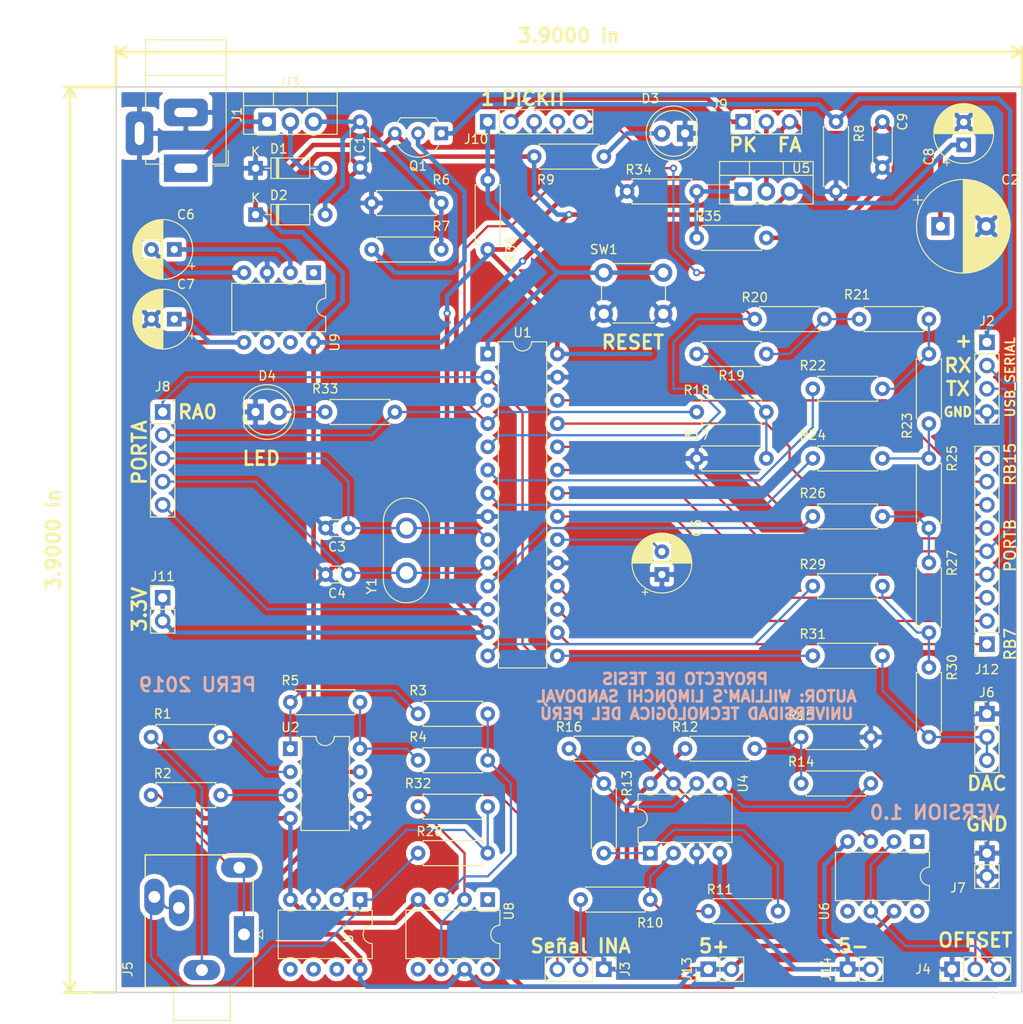
<source format=kicad_pcb>
(kicad_pcb (version 20171130) (host pcbnew "(5.0.0)")
  (layers (0 F.Cu signal) (31 B.Cu signal) (34 B.Paste user) (35 F.Paste user) (36 B.SilkS user) (37 F.SilkS user) (38 B.Mask user) (39 F.Mask user) (44 Edge.Cuts user))
  (net 0 "")
  (net 1 GND)
  (net 2 "Net-(C1-Pad1)")
  (net 3 /RA2)
  (net 4 /RA3)
  (net 5 "Net-(C5-Pad2)")
  (net 6 "Net-(C6-Pad1)")
  (net 7 "Net-(C6-Pad2)")
  (net 8 /V-)
  (net 9 /V+)
  (net 10 /3.3)
  (net 11 "Net-(D1-Pad2)")
  (net 12 "Net-(D3-Pad2)")
  (net 13 "Net-(D4-Pad2)")
  (net 14 "Net-(J1-Pad1)")
  (net 15 /Vusb)
  (net 16 /RX)
  (net 17 /TX)
  (net 18 /OUT1)
  (net 19 /RA0)
  (net 20 /OUT2)
  (net 21 /-IN)
  (net 22 /+IN)
  (net 23 /RA1)
  (net 24 /RA4)
  (net 25 /Vp)
  (net 26 /MCLR)
  (net 27 /RB0)
  (net 28 /RB1)
  (net 29 /RB2)
  (net 30 /RB3)
  (net 31 /RB4)
  (net 32 /RB5)
  (net 33 /RB6)
  (net 34 /RB7)
  (net 35 /RB8)
  (net 36 /RB9)
  (net 37 /RB12)
  (net 38 /RB13)
  (net 39 /RB14)
  (net 40 /RB15)
  (net 41 "Net-(Q1-Pad2)")
  (net 42 "Net-(R1-Pad2)")
  (net 43 "Net-(R2-Pad2)")
  (net 44 /WCT)
  (net 45 "Net-(R3-Pad2)")
  (net 46 "Net-(R4-Pad2)")
  (net 47 "Net-(R10-Pad2)")
  (net 48 "Net-(R11-Pad2)")
  (net 49 "Net-(R12-Pad2)")
  (net 50 "Net-(R13-Pad2)")
  (net 51 "Net-(R14-Pad2)")
  (net 52 "Net-(R16-Pad2)")
  (net 53 "Net-(R17-Pad1)")
  (net 54 "Net-(R19-Pad1)")
  (net 55 "Net-(R21-Pad1)")
  (net 56 "Net-(R23-Pad1)")
  (net 57 "Net-(R25-Pad1)")
  (net 58 "Net-(R27-Pad1)")
  (net 59 "Net-(R28-Pad2)")
  (net 60 /TC)
  (net 61 "Net-(R32-Pad2)")
  (net 62 "Net-(R34-Pad2)")
  (net 63 "Net-(J3-Pad3)")
  (net 64 "Net-(J6-Pad2)")
  (net 65 /3+)
  (module Capacitor_THT:CP_Radial_D6.3mm_P2.50mm (layer F.Cu) (at 64.77 88.9 180)
    (fp_text reference C6 (at -1.27 3.81 180) (layer F.SilkS))
    (fp_text value 10uF)
    (pad 2 thru_hole circle (at 2.5 0 180) (size 1.6 1.6) (drill 0.8) (layers *.Cu *.Mask) (net 7 "Net-(C6-Pad2)"))
    (pad 1 thru_hole rect (at 0 0 180) (size 1.6 1.6) (drill 0.8) (layers *.Cu *.Mask) (net 6 "Net-(C6-Pad1)"))
  )
  (module Capacitor_THT:C_Disc_D4.3mm_W1.9mm_P5.00mm (layer F.Cu) (at 85.09 74.93 270)
    (fp_text reference C1 (at 2.5 0 270) (layer F.SilkS))
    (fp_text value 100nF)
    (pad 2 thru_hole circle (at 5 0 270) (size 1.6 1.6) (drill 0.8) (layers *.Cu *.Mask) (net 1 GND))
    (pad 1 thru_hole circle (at 0 0 270) (size 1.6 1.6) (drill 0.8) (layers *.Cu *.Mask) (net 2 "Net-(C1-Pad1)"))
  )
  (module Capacitor_THT:CP_Radial_D10.0mm_P5.00mm (layer F.Cu) (at 148.59 86.36)
    (fp_text reference C2 (at 7.62 -5.08) (layer F.SilkS))
    (fp_text value 220uF)
    (pad 1 thru_hole rect (at 0 0) (size 2 2) (drill 1) (layers *.Cu *.Mask) (net 9 /V+))
    (pad 2 thru_hole circle (at 5 0) (size 2 2) (drill 1) (layers *.Cu *.Mask) (net 1 GND))
  )
  (module Capacitor_THT:C_Disc_D3.0mm_W1.6mm_P2.50mm (layer F.Cu) (at 83.82 119.38 180)
    (fp_text reference C3 (at 1.25 -2.05 180) (layer F.SilkS))
    (fp_text value 15pF)
    (pad 2 thru_hole circle (at 2.5 0 180) (size 1.6 1.6) (drill 0.8) (layers *.Cu *.Mask) (net 1 GND))
    (pad 1 thru_hole circle (at 0 0 180) (size 1.6 1.6) (drill 0.8) (layers *.Cu *.Mask) (net 3 /RA2))
  )
  (module Capacitor_THT:C_Disc_D3.0mm_W1.6mm_P2.50mm (layer F.Cu) (at 83.82 124.46 180)
    (fp_text reference C4 (at 1.25 -2.05 180) (layer F.SilkS))
    (fp_text value 15pF)
    (pad 1 thru_hole circle (at 0 0 180) (size 1.6 1.6) (drill 0.8) (layers *.Cu *.Mask) (net 4 /RA3))
    (pad 2 thru_hole circle (at 2.5 0 180) (size 1.6 1.6) (drill 0.8) (layers *.Cu *.Mask) (net 1 GND))
  )
  (module Capacitor_THT:CP_Radial_D6.3mm_P2.50mm (layer F.Cu) (at 118.11 124.46 90)
    (fp_text reference C5 (at 5.08 3.81 90) (layer F.SilkS))
    (fp_text value 10uF)
    (pad 2 thru_hole circle (at 2.5 0 90) (size 1.6 1.6) (drill 0.8) (layers *.Cu *.Mask) (net 5 "Net-(C5-Pad2)"))
    (pad 1 thru_hole rect (at 0 0 90) (size 1.6 1.6) (drill 0.8) (layers *.Cu *.Mask) (net 1 GND))
  )
  (module Capacitor_THT:CP_Radial_D6.3mm_P2.50mm (layer F.Cu) (at 64.77 96.52 180)
    (fp_text reference C7 (at -1.27 3.81 180) (layer F.SilkS))
    (fp_text value 10uF)
    (pad 1 thru_hole rect (at 0 0 180) (size 1.6 1.6) (drill 0.8) (layers *.Cu *.Mask) (net 8 /V-))
    (pad 2 thru_hole circle (at 2.5 0 180) (size 1.6 1.6) (drill 0.8) (layers *.Cu *.Mask) (net 1 GND))
  )
  (module Capacitor_THT:CP_Radial_D6.3mm_P2.50mm (layer F.Cu) (at 151.13 77.47 90)
    (fp_text reference C8 (at -1.27 -3.81 90) (layer F.SilkS))
    (fp_text value 10uF)
    (pad 1 thru_hole rect (at 0 0 90) (size 1.6 1.6) (drill 0.8) (layers *.Cu *.Mask) (net 9 /V+))
    (pad 2 thru_hole circle (at 2.5 0 90) (size 1.6 1.6) (drill 0.8) (layers *.Cu *.Mask) (net 1 GND))
  )
  (module Capacitor_THT:C_Disc_D4.3mm_W1.9mm_P5.00mm (layer F.Cu) (at 142.24 74.93 270)
    (fp_text reference C9 (at 0 -2.2 270) (layer F.SilkS))
    (fp_text value 100nF)
    (pad 1 thru_hole circle (at 0 0 270) (size 1.6 1.6) (drill 0.8) (layers *.Cu *.Mask) (net 65 /3+))
    (pad 2 thru_hole circle (at 5 0 270) (size 1.6 1.6) (drill 0.8) (layers *.Cu *.Mask) (net 1 GND))
  )
  (module Diode_THT:D_DO-35_SOD27_P7.62mm_Horizontal (layer F.Cu) (at 73.66 80.01)
    (fp_text reference D1 (at 2.54 -2.12) (layer F.SilkS))
    (fp_text value 1N4148)
    (fp_text user K (at 0 -1.8) (layer F.SilkS))
    (pad 2 thru_hole oval (at 7.62 0) (size 1.6 1.6) (drill 0.8) (layers *.Cu *.Mask) (net 11 "Net-(D1-Pad2)"))
    (pad 1 thru_hole rect (at 0 0) (size 1.6 1.6) (drill 0.8) (layers *.Cu *.Mask) (net 1 GND))
  )
  (module Diode_THT:D_DO-35_SOD27_P7.62mm_Horizontal (layer F.Cu) (at 73.66 85.09)
    (fp_text reference D2 (at 2.54 -2.12) (layer F.SilkS))
    (fp_text value 1N4148)
    (fp_text user K (at 0 -1.8) (layer F.SilkS))
    (pad 1 thru_hole rect (at 0 0) (size 1.6 1.6) (drill 0.8) (layers *.Cu *.Mask) (net 9 /V+))
    (pad 2 thru_hole oval (at 7.62 0) (size 1.6 1.6) (drill 0.8) (layers *.Cu *.Mask) (net 2 "Net-(C1-Pad1)"))
  )
  (module LED_THT:LED_D5.0mm (layer F.Cu) (at 120.65 76.2 180)
    (fp_text reference D3 (at 3.81 3.81 180) (layer F.SilkS))
    (fp_text value LED)
    (pad 1 thru_hole rect (at 0 0 180) (size 1.8 1.8) (drill 0.9) (layers *.Cu *.Mask) (net 1 GND))
    (pad 2 thru_hole circle (at 2.54 0 180) (size 1.8 1.8) (drill 0.9) (layers *.Cu *.Mask) (net 12 "Net-(D3-Pad2)"))
  )
  (module LED_THT:LED_D5.0mm (layer F.Cu) (at 73.66 106.68)
    (fp_text reference D4 (at 1.27 -3.96) (layer F.SilkS))
    (fp_text value LED)
    (pad 2 thru_hole circle (at 2.54 0) (size 1.8 1.8) (drill 0.9) (layers *.Cu *.Mask) (net 13 "Net-(D4-Pad2)"))
    (pad 1 thru_hole rect (at 0 0) (size 1.8 1.8) (drill 0.9) (layers *.Cu *.Mask) (net 1 GND))
  )
  (module Connector_Audio:Jack_Horizontal (layer F.Cu) (at 66.04 80.01 270)
    (fp_text reference J1 (at -5.84 -5.59 270) (layer F.SilkS))
    (fp_text value Barrel_Jack_Switch)
    (pad 2 thru_hole roundrect (at -6.1 0 270) (size 3 4.8) (drill oval 1.02 2.54) (layers *.Cu *.Mask) (net 1 GND))
    (pad 1 thru_hole rect (at 0 0 270) (size 3 4.8) (drill oval 1.02 2.54) (layers *.Cu *.Mask) (net 14 "Net-(J1-Pad1)"))
    (pad 3 thru_hole roundrect (at -3.81 5.08 270) (size 4.8 3) (drill oval 2.54 1.02) (layers *.Cu *.Mask) (net 1 GND))
  )
  (module Connector_PinHeader_2.54mm:PinHeader_1x04_P2.54mm_Vertical (layer F.Cu) (at 153.67 99.06)
    (fp_text reference J2 (at 0 -2.33) (layer F.SilkS))
    (fp_text value USB_SERIAL)
    (pad 1 thru_hole rect (at 0 0) (size 1.7 1.7) (drill 1) (layers *.Cu *.Mask) (net 15 /Vusb))
    (pad 2 thru_hole oval (at 0 2.54) (size 1.7 1.7) (drill 1) (layers *.Cu *.Mask) (net 16 /RX))
    (pad 3 thru_hole oval (at 0 5.08) (size 1.7 1.7) (drill 1) (layers *.Cu *.Mask) (net 17 /TX))
    (pad 4 thru_hole oval (at 0 7.62) (size 1.7 1.7) (drill 1) (layers *.Cu *.Mask) (net 1 GND))
  )
  (module Connector_Audio:Jack_3.5mm_Ledino_KB3SPRS_Horizontal (layer F.Cu) (at 72.39 163.83 90)
    (fp_text reference J5 (at -3.81 -12.7 90) (layer F.SilkS))
    (fp_text value Electrodos)
    (pad T thru_hole rect (at 0 0 90) (size 4 2.2) (drill 1.3) (layers *.Cu *.Mask) (net 22 /+IN))
    (pad TN thru_hole oval (at 7.3 -0.5 180) (size 4 2.2) (drill 1.3) (layers *.Cu *.Mask) (net 22 /+IN))
    (pad RN thru_hole oval (at 2.9 -7.1 90) (size 4 2.2) (drill 1.3) (layers *.Cu *.Mask) (net 60 /TC))
    (pad R thru_hole oval (at 4.1 -9.8 90) (size 4 2.2) (drill 1.3) (layers *.Cu *.Mask) (net 60 /TC))
    (pad S thru_hole oval (at -3.9 -4.6 90) (size 2.2 4) (drill 1.3) (layers *.Cu *.Mask) (net 21 /-IN))
  )
  (module Connector_PinHeader_2.54mm:PinHeader_1x02_P2.54mm_Vertical (layer F.Cu) (at 153.67 154.94)
    (fp_text reference J7 (at -3.175 3.81) (layer F.SilkS))
    (fp_text value GND)
    (pad 1 thru_hole rect (at 0 0) (size 1.7 1.7) (drill 1) (layers *.Cu *.Mask) (net 1 GND))
    (pad 2 thru_hole oval (at 0 2.54) (size 1.7 1.7) (drill 1) (layers *.Cu *.Mask) (net 1 GND))
  )
  (module Connector_PinSocket_2.54mm:PinSocket_1x05_P2.54mm_Vertical (layer F.Cu) (at 63.5 106.68)
    (fp_text reference J8 (at 0 -2.77) (layer F.SilkS))
    (fp_text value PORTA)
    (pad 1 thru_hole rect (at 0 0) (size 1.7 1.7) (drill 1) (layers *.Cu *.Mask) (net 19 /RA0))
    (pad 2 thru_hole oval (at 0 2.54) (size 1.7 1.7) (drill 1) (layers *.Cu *.Mask) (net 23 /RA1))
    (pad 3 thru_hole oval (at 0 5.08) (size 1.7 1.7) (drill 1) (layers *.Cu *.Mask) (net 3 /RA2))
    (pad 4 thru_hole oval (at 0 7.62) (size 1.7 1.7) (drill 1) (layers *.Cu *.Mask) (net 4 /RA3))
    (pad 5 thru_hole oval (at 0 10.16) (size 1.7 1.7) (drill 1) (layers *.Cu *.Mask) (net 24 /RA4))
  )
  (module Connector_PinHeader_2.54mm:PinHeader_1x03_P2.54mm_Vertical (layer F.Cu) (at 127 74.93 90)
    (fp_text reference J9 (at 1.905 -2.54 180) (layer F.SilkS))
    (fp_text value S_Fuente)
    (pad 1 thru_hole rect (at 0 0 90) (size 1.7 1.7) (drill 1) (layers *.Cu *.Mask) (net 25 /Vp))
    (pad 2 thru_hole oval (at 0 2.54 90) (size 1.7 1.7) (drill 1) (layers *.Cu *.Mask) (net 10 /3.3))
    (pad 3 thru_hole oval (at 0 5.08 90) (size 1.7 1.7) (drill 1) (layers *.Cu *.Mask) (net 65 /3+))
  )
  (module Connector_PinHeader_2.54mm:PinHeader_1x05_P2.54mm_Vertical (layer F.Cu) (at 99.06 74.93 90)
    (fp_text reference J10 (at -1.905 -1.27 180) (layer F.SilkS))
    (fp_text value Pickit)
    (pad 1 thru_hole rect (at 0 0 90) (size 1.7 1.7) (drill 1) (layers *.Cu *.Mask) (net 26 /MCLR))
    (pad 2 thru_hole oval (at 0 2.54 90) (size 1.7 1.7) (drill 1) (layers *.Cu *.Mask) (net 25 /Vp))
    (pad 3 thru_hole oval (at 0 5.08 90) (size 1.7 1.7) (drill 1) (layers *.Cu *.Mask) (net 1 GND))
    (pad 4 thru_hole oval (at 0 7.62 90) (size 1.7 1.7) (drill 1) (layers *.Cu *.Mask) (net 27 /RB0))
    (pad 5 thru_hole oval (at 0 10.16 90) (size 1.7 1.7) (drill 1) (layers *.Cu *.Mask) (net 28 /RB1))
  )
  (module Connector_PinHeader_2.54mm:PinHeader_1x02_P2.54mm_Vertical (layer F.Cu) (at 63.5 127)
    (fp_text reference J11 (at 0 -2.33) (layer F.SilkS))
    (fp_text value 3.3v)
    (pad 2 thru_hole oval (at 0 2.54) (size 1.7 1.7) (drill 1) (layers *.Cu *.Mask) (net 10 /3.3))
    (pad 1 thru_hole rect (at 0 0) (size 1.7 1.7) (drill 1) (layers *.Cu *.Mask) (net 10 /3.3))
  )
  (module Package_TO_SOT_THT:TO-92L_Inline_Wide (layer F.Cu) (at 93.98 76.2 180)
    (fp_text reference Q1 (at 2.54 -3.56 180) (layer F.SilkS))
    (fp_text value 2N3906)
    (pad 2 thru_hole circle (at 2.54 0 270) (size 1.5 1.5) (drill 0.8) (layers *.Cu *.Mask) (net 41 "Net-(Q1-Pad2)"))
    (pad 3 thru_hole circle (at 5.08 0 270) (size 1.5 1.5) (drill 0.8) (layers *.Cu *.Mask) (net 9 /V+))
    (pad 1 thru_hole rect (at 0 0 270) (size 1.5 1.5) (drill 0.8) (layers *.Cu *.Mask) (net 15 /Vusb))
  )
  (module Button_Switch_THT:SW_PUSH_6mm (layer F.Cu) (at 111.76 91.44)
    (fp_text reference SW1 (at 0 -2.54) (layer F.SilkS))
    (fp_text value RESET)
    (pad 2 thru_hole circle (at 0 4.5 90) (size 2 2) (drill 1.1) (layers *.Cu *.Mask) (net 1 GND))
    (pad 1 thru_hole circle (at 0 0 90) (size 2 2) (drill 1.1) (layers *.Cu *.Mask) (net 26 /MCLR))
    (pad 2 thru_hole circle (at 6.5 4.5 90) (size 2 2) (drill 1.1) (layers *.Cu *.Mask) (net 1 GND))
    (pad 1 thru_hole circle (at 6.5 0 90) (size 2 2) (drill 1.1) (layers *.Cu *.Mask) (net 26 /MCLR))
  )
  (module Package_DIP:DIP-28_W7.62mm (layer F.Cu) (at 99.06 100.33)
    (fp_text reference U1 (at 3.81 -2.33) (layer F.SilkS))
    (fp_text value dsPIC33FJ128MC802-E_SP)
    (pad 1 thru_hole rect (at 0 0) (size 1.6 1.6) (drill 0.8) (layers *.Cu *.Mask) (net 26 /MCLR))
    (pad 15 thru_hole oval (at 7.62 33.02) (size 1.6 1.6) (drill 0.8) (layers *.Cu *.Mask) (net 33 /RB6))
    (pad 2 thru_hole oval (at 0 2.54) (size 1.6 1.6) (drill 0.8) (layers *.Cu *.Mask) (net 19 /RA0))
    (pad 16 thru_hole oval (at 7.62 30.48) (size 1.6 1.6) (drill 0.8) (layers *.Cu *.Mask) (net 34 /RB7))
    (pad 3 thru_hole oval (at 0 5.08) (size 1.6 1.6) (drill 0.8) (layers *.Cu *.Mask) (net 23 /RA1))
    (pad 17 thru_hole oval (at 7.62 27.94) (size 1.6 1.6) (drill 0.8) (layers *.Cu *.Mask) (net 35 /RB8))
    (pad 4 thru_hole oval (at 0 7.62) (size 1.6 1.6) (drill 0.8) (layers *.Cu *.Mask) (net 27 /RB0))
    (pad 18 thru_hole oval (at 7.62 25.4) (size 1.6 1.6) (drill 0.8) (layers *.Cu *.Mask) (net 36 /RB9))
    (pad 5 thru_hole oval (at 0 10.16) (size 1.6 1.6) (drill 0.8) (layers *.Cu *.Mask) (net 28 /RB1))
    (pad 19 thru_hole oval (at 7.62 22.86) (size 1.6 1.6) (drill 0.8) (layers *.Cu *.Mask) (net 1 GND))
    (pad 6 thru_hole oval (at 0 12.7) (size 1.6 1.6) (drill 0.8) (layers *.Cu *.Mask) (net 29 /RB2))
    (pad 20 thru_hole oval (at 7.62 20.32) (size 1.6 1.6) (drill 0.8) (layers *.Cu *.Mask) (net 5 "Net-(C5-Pad2)"))
    (pad 7 thru_hole oval (at 0 15.24) (size 1.6 1.6) (drill 0.8) (layers *.Cu *.Mask) (net 30 /RB3))
    (pad 21 thru_hole oval (at 7.62 17.78) (size 1.6 1.6) (drill 0.8) (layers *.Cu *.Mask) (net 16 /RX))
    (pad 8 thru_hole oval (at 0 17.78) (size 1.6 1.6) (drill 0.8) (layers *.Cu *.Mask) (net 1 GND))
    (pad 22 thru_hole oval (at 7.62 15.24) (size 1.6 1.6) (drill 0.8) (layers *.Cu *.Mask) (net 17 /TX))
    (pad 9 thru_hole oval (at 0 20.32) (size 1.6 1.6) (drill 0.8) (layers *.Cu *.Mask) (net 3 /RA2))
    (pad 23 thru_hole oval (at 7.62 12.7) (size 1.6 1.6) (drill 0.8) (layers *.Cu *.Mask) (net 37 /RB12))
    (pad 10 thru_hole oval (at 0 22.86) (size 1.6 1.6) (drill 0.8) (layers *.Cu *.Mask) (net 4 /RA3))
    (pad 24 thru_hole oval (at 7.62 10.16) (size 1.6 1.6) (drill 0.8) (layers *.Cu *.Mask) (net 38 /RB13))
    (pad 11 thru_hole oval (at 0 25.4) (size 1.6 1.6) (drill 0.8) (layers *.Cu *.Mask) (net 31 /RB4))
    (pad 25 thru_hole oval (at 7.62 7.62) (size 1.6 1.6) (drill 0.8) (layers *.Cu *.Mask) (net 39 /RB14))
    (pad 12 thru_hole oval (at 0 27.94) (size 1.6 1.6) (drill 0.8) (layers *.Cu *.Mask) (net 24 /RA4))
    (pad 26 thru_hole oval (at 7.62 5.08) (size 1.6 1.6) (drill 0.8) (layers *.Cu *.Mask) (net 40 /RB15))
    (pad 13 thru_hole oval (at 0 30.48) (size 1.6 1.6) (drill 0.8) (layers *.Cu *.Mask) (net 10 /3.3))
    (pad 27 thru_hole oval (at 7.62 2.54) (size 1.6 1.6) (drill 0.8) (layers *.Cu *.Mask) (net 1 GND))
    (pad 14 thru_hole oval (at 0 33.02) (size 1.6 1.6) (drill 0.8) (layers *.Cu *.Mask) (net 32 /RB5))
    (pad 28 thru_hole oval (at 7.62 0) (size 1.6 1.6) (drill 0.8) (layers *.Cu *.Mask) (net 10 /3.3))
  )
  (module Package_DIP:DIP-8_W7.62mm (layer F.Cu) (at 77.47 143.51)
    (fp_text reference U2 (at 0 -2.33) (layer F.SilkS))
    (fp_text value INA128)
    (pad 1 thru_hole rect (at 0 0) (size 1.6 1.6) (drill 0.8) (layers *.Cu *.Mask) (net 45 "Net-(R3-Pad2)"))
    (pad 5 thru_hole oval (at 7.62 7.62) (size 1.6 1.6) (drill 0.8) (layers *.Cu *.Mask) (net 1 GND))
    (pad 2 thru_hole oval (at 0 2.54) (size 1.6 1.6) (drill 0.8) (layers *.Cu *.Mask) (net 42 "Net-(R1-Pad2)"))
    (pad 6 thru_hole oval (at 7.62 5.08) (size 1.6 1.6) (drill 0.8) (layers *.Cu *.Mask) (net 63 "Net-(J3-Pad3)"))
    (pad 3 thru_hole oval (at 0 5.08) (size 1.6 1.6) (drill 0.8) (layers *.Cu *.Mask) (net 43 "Net-(R2-Pad2)"))
    (pad 7 thru_hole oval (at 7.62 2.54) (size 1.6 1.6) (drill 0.8) (layers *.Cu *.Mask) (net 9 /V+))
    (pad 4 thru_hole oval (at 0 7.62) (size 1.6 1.6) (drill 0.8) (layers *.Cu *.Mask) (net 8 /V-))
    (pad 8 thru_hole oval (at 7.62 0) (size 1.6 1.6) (drill 0.8) (layers *.Cu *.Mask) (net 46 "Net-(R4-Pad2)"))
  )
  (module Package_TO_SOT_THT:TO-220-3_Vertical (layer F.Cu) (at 74.93 74.93)
    (fp_text reference U3 (at 2.54 -4.27) (layer F.SilkS))
    (fp_text value L7805)
    (pad 1 thru_hole rect (at 0 0) (size 1.905 2) (drill 1.1) (layers *.Cu *.Mask) (net 14 "Net-(J1-Pad1)"))
    (pad 2 thru_hole oval (at 2.54 0) (size 1.905 2) (drill 1.1) (layers *.Cu *.Mask) (net 11 "Net-(D1-Pad2)"))
    (pad 3 thru_hole oval (at 5.08 0) (size 1.905 2) (drill 1.1) (layers *.Cu *.Mask) (net 2 "Net-(C1-Pad1)"))
  )
  (module Package_DIP:DIP-8_W7.62mm (layer F.Cu) (at 116.84 154.94 90)
    (fp_text reference U4 (at 7.62 10.16 90) (layer F.SilkS))
    (fp_text value TL082)
    (pad 8 thru_hole oval (at 7.62 0 90) (size 1.6 1.6) (drill 0.8) (layers *.Cu *.Mask) (net 9 /V+))
    (pad 4 thru_hole oval (at 0 7.62 90) (size 1.6 1.6) (drill 0.8) (layers *.Cu *.Mask) (net 8 /V-))
    (pad 7 thru_hole oval (at 7.62 2.54 90) (size 1.6 1.6) (drill 0.8) (layers *.Cu *.Mask) (net 52 "Net-(R16-Pad2)"))
    (pad 3 thru_hole oval (at 0 5.08 90) (size 1.6 1.6) (drill 0.8) (layers *.Cu *.Mask) (net 1 GND))
    (pad 6 thru_hole oval (at 7.62 5.08 90) (size 1.6 1.6) (drill 0.8) (layers *.Cu *.Mask) (net 50 "Net-(R13-Pad2)"))
    (pad 2 thru_hole oval (at 0 2.54 90) (size 1.6 1.6) (drill 0.8) (layers *.Cu *.Mask) (net 47 "Net-(R10-Pad2)"))
    (pad 5 thru_hole oval (at 7.62 7.62 90) (size 1.6 1.6) (drill 0.8) (layers *.Cu *.Mask) (net 51 "Net-(R14-Pad2)"))
    (pad 1 thru_hole rect (at 0 0 90) (size 1.6 1.6) (drill 0.8) (layers *.Cu *.Mask) (net 48 "Net-(R11-Pad2)"))
  )
  (module Package_TO_SOT_THT:TO-220-3_Vertical (layer F.Cu) (at 127 82.55)
    (fp_text reference U5 (at 6.35 -2.54) (layer F.SilkS))
    (fp_text value LM317L_TO92)
    (pad 3 thru_hole oval (at 5.08 0) (size 1.905 2) (drill 1.1) (layers *.Cu *.Mask) (net 9 /V+))
    (pad 2 thru_hole oval (at 2.54 0) (size 1.905 2) (drill 1.1) (layers *.Cu *.Mask) (net 65 /3+))
    (pad 1 thru_hole rect (at 0 0) (size 1.905 2) (drill 1.1) (layers *.Cu *.Mask) (net 62 "Net-(R34-Pad2)"))
  )
  (module Package_DIP:DIP-8_W7.62mm (layer F.Cu) (at 146.05 153.67 270)
    (fp_text reference U6 (at 7.62 10.16 270) (layer F.SilkS))
    (fp_text value OP07)
    (pad 1 thru_hole rect (at 0 0 270) (size 1.6 1.6) (drill 0.8) (layers *.Cu *.Mask))
    (pad 5 thru_hole oval (at 7.62 7.62 270) (size 1.6 1.6) (drill 0.8) (layers *.Cu *.Mask))
    (pad 2 thru_hole oval (at 0 2.54 270) (size 1.6 1.6) (drill 0.8) (layers *.Cu *.Mask) (net 20 /OUT2))
    (pad 6 thru_hole oval (at 7.62 5.08 270) (size 1.6 1.6) (drill 0.8) (layers *.Cu *.Mask) (net 20 /OUT2))
    (pad 3 thru_hole oval (at 0 5.08 270) (size 1.6 1.6) (drill 0.8) (layers *.Cu *.Mask) (net 52 "Net-(R16-Pad2)"))
    (pad 7 thru_hole oval (at 7.62 2.54 270) (size 1.6 1.6) (drill 0.8) (layers *.Cu *.Mask) (net 9 /V+))
    (pad 4 thru_hole oval (at 0 7.62 270) (size 1.6 1.6) (drill 0.8) (layers *.Cu *.Mask) (net 8 /V-))
    (pad 8 thru_hole oval (at 7.62 0 270) (size 1.6 1.6) (drill 0.8) (layers *.Cu *.Mask))
  )
  (module Package_DIP:DIP-8_W7.62mm (layer F.Cu) (at 85.09 160.02 270)
    (fp_text reference U7 (at 3.81 1.27 270) (layer F.SilkS))
    (fp_text value TL082)
    (pad 8 thru_hole oval (at 7.62 0 270) (size 1.6 1.6) (drill 0.8) (layers *.Cu *.Mask) (net 9 /V+))
    (pad 4 thru_hole oval (at 0 7.62 270) (size 1.6 1.6) (drill 0.8) (layers *.Cu *.Mask) (net 8 /V-))
    (pad 7 thru_hole oval (at 7.62 2.54 270) (size 1.6 1.6) (drill 0.8) (layers *.Cu *.Mask))
    (pad 3 thru_hole oval (at 0 5.08 270) (size 1.6 1.6) (drill 0.8) (layers *.Cu *.Mask) (net 1 GND))
    (pad 6 thru_hole oval (at 7.62 5.08 270) (size 1.6 1.6) (drill 0.8) (layers *.Cu *.Mask))
    (pad 2 thru_hole oval (at 0 2.54 270) (size 1.6 1.6) (drill 0.8) (layers *.Cu *.Mask) (net 59 "Net-(R28-Pad2)"))
    (pad 5 thru_hole oval (at 7.62 7.62 270) (size 1.6 1.6) (drill 0.8) (layers *.Cu *.Mask))
    (pad 1 thru_hole rect (at 0 0 270) (size 1.6 1.6) (drill 0.8) (layers *.Cu *.Mask) (net 60 /TC))
  )
  (module Package_DIP:DIP-8_W7.62mm (layer F.Cu) (at 99.06 160.02 270)
    (fp_text reference U8 (at 1.27 -2.33 270) (layer F.SilkS))
    (fp_text value OP07)
    (pad 1 thru_hole rect (at 0 0 270) (size 1.6 1.6) (drill 0.8) (layers *.Cu *.Mask))
    (pad 5 thru_hole oval (at 7.62 7.62 270) (size 1.6 1.6) (drill 0.8) (layers *.Cu *.Mask))
    (pad 2 thru_hole oval (at 0 2.54 270) (size 1.6 1.6) (drill 0.8) (layers *.Cu *.Mask) (net 61 "Net-(R32-Pad2)"))
    (pad 6 thru_hole oval (at 7.62 5.08 270) (size 1.6 1.6) (drill 0.8) (layers *.Cu *.Mask) (net 61 "Net-(R32-Pad2)"))
    (pad 3 thru_hole oval (at 0 5.08 270) (size 1.6 1.6) (drill 0.8) (layers *.Cu *.Mask) (net 44 /WCT))
    (pad 7 thru_hole oval (at 7.62 2.54 270) (size 1.6 1.6) (drill 0.8) (layers *.Cu *.Mask) (net 9 /V+))
    (pad 4 thru_hole oval (at 0 7.62 270) (size 1.6 1.6) (drill 0.8) (layers *.Cu *.Mask) (net 8 /V-))
    (pad 8 thru_hole oval (at 7.62 0 270) (size 1.6 1.6) (drill 0.8) (layers *.Cu *.Mask))
  )
  (module Package_DIP:DIP-8_W7.62mm (layer F.Cu) (at 80.01 91.44 270)
    (fp_text reference U9 (at 7.62 -2.33 270) (layer F.SilkS))
    (fp_text value ADM660AN)
    (pad 8 thru_hole oval (at 7.62 0 270) (size 1.6 1.6) (drill 0.8) (layers *.Cu *.Mask) (net 9 /V+))
    (pad 4 thru_hole oval (at 0 7.62 270) (size 1.6 1.6) (drill 0.8) (layers *.Cu *.Mask) (net 7 "Net-(C6-Pad2)"))
    (pad 7 thru_hole oval (at 7.62 2.54 270) (size 1.6 1.6) (drill 0.8) (layers *.Cu *.Mask))
    (pad 3 thru_hole oval (at 0 5.08 270) (size 1.6 1.6) (drill 0.8) (layers *.Cu *.Mask) (net 1 GND))
    (pad 6 thru_hole oval (at 7.62 5.08 270) (size 1.6 1.6) (drill 0.8) (layers *.Cu *.Mask))
    (pad 2 thru_hole oval (at 0 2.54 270) (size 1.6 1.6) (drill 0.8) (layers *.Cu *.Mask) (net 6 "Net-(C6-Pad1)"))
    (pad 5 thru_hole oval (at 7.62 7.62 270) (size 1.6 1.6) (drill 0.8) (layers *.Cu *.Mask) (net 8 /V-))
    (pad 1 thru_hole rect (at 0 0 270) (size 1.6 1.6) (drill 0.8) (layers *.Cu *.Mask))
  )
  (module Crystal:Crystal_HC50_Vertical (layer F.Cu) (at 90.17 119.38 270)
    (fp_text reference Y1 (at 6.35 3.81 270) (layer F.SilkS))
    (fp_text value 10MHZ)
    (pad 1 thru_hole circle (at 0 0 270) (size 2.3 2.3) (drill 1.5) (layers *.Cu *.Mask) (net 3 /RA2))
    (pad 2 thru_hole circle (at 4.9 0 270) (size 2.3 2.3) (drill 1.5) (layers *.Cu *.Mask) (net 4 /RA3))
  )
  (module Connector_PinHeader_2.54mm:PinHeader_1x03_P2.54mm_Vertical (layer F.Cu) (at 111.76 167.64 270)
    (fp_text reference J3 (at 0 -2.33 270) (layer F.SilkS))
    (fp_text value Signal_INA)
    (pad 3 thru_hole oval (at 0 5.08 270) (size 1.7 1.7) (drill 1) (layers *.Cu *.Mask) (net 63 "Net-(J3-Pad3)"))
    (pad 2 thru_hole oval (at 0 2.54 270) (size 1.7 1.7) (drill 1) (layers *.Cu *.Mask) (net 18 /OUT1))
    (pad 1 thru_hole rect (at 0 0 270) (size 1.7 1.7) (drill 1) (layers *.Cu *.Mask) (net 1 GND))
  )
  (module Connector_PinHeader_2.54mm:PinHeader_1x03_P2.54mm_Vertical (layer F.Cu) (at 149.86 167.64 90)
    (fp_text reference J4 (at 0 -3.175 180) (layer F.SilkS))
    (fp_text value Offset)
    (pad 1 thru_hole rect (at 0 0 90) (size 1.7 1.7) (drill 1) (layers *.Cu *.Mask) (net 1 GND))
    (pad 2 thru_hole oval (at 0 2.54 90) (size 1.7 1.7) (drill 1) (layers *.Cu *.Mask) (net 19 /RA0))
    (pad 3 thru_hole oval (at 0 5.08 90) (size 1.7 1.7) (drill 1) (layers *.Cu *.Mask) (net 20 /OUT2))
  )
  (module Connector_PinSocket_2.54mm:PinSocket_1x09_P2.54mm_Vertical (layer F.Cu) (at 153.67 132.08 180)
    (fp_text reference J12 (at 0 -2.77 180) (layer F.SilkS))
    (fp_text value PORTB)
    (pad 1 thru_hole rect (at 0 0 180) (size 1.7 1.7) (drill 1) (layers *.Cu *.Mask) (net 34 /RB7))
    (pad 2 thru_hole oval (at 0 2.54 180) (size 1.7 1.7) (drill 1) (layers *.Cu *.Mask) (net 35 /RB8))
    (pad 3 thru_hole oval (at 0 5.08 180) (size 1.7 1.7) (drill 1) (layers *.Cu *.Mask) (net 36 /RB9))
    (pad 4 thru_hole oval (at 0 7.62 180) (size 1.7 1.7) (drill 1) (layers *.Cu *.Mask) (net 16 /RX))
    (pad 5 thru_hole oval (at 0 10.16 180) (size 1.7 1.7) (drill 1) (layers *.Cu *.Mask) (net 17 /TX))
    (pad 6 thru_hole oval (at 0 12.7 180) (size 1.7 1.7) (drill 1) (layers *.Cu *.Mask) (net 37 /RB12))
    (pad 7 thru_hole oval (at 0 15.24 180) (size 1.7 1.7) (drill 1) (layers *.Cu *.Mask) (net 38 /RB13))
    (pad 8 thru_hole oval (at 0 17.78 180) (size 1.7 1.7) (drill 1) (layers *.Cu *.Mask) (net 39 /RB14))
    (pad 9 thru_hole oval (at 0 20.32 180) (size 1.7 1.7) (drill 1) (layers *.Cu *.Mask) (net 40 /RB15))
  )
  (module Connector_PinHeader_2.54mm:PinHeader_1x02_P2.54mm_Vertical (layer F.Cu) (at 123.19 167.64 90)
    (fp_text reference J13 (at 0 -2.33 90) (layer F.SilkS))
    (fp_text value V+)
    (pad 2 thru_hole oval (at 0 2.54 90) (size 1.7 1.7) (drill 1) (layers *.Cu *.Mask) (net 9 /V+))
    (pad 1 thru_hole rect (at 0 0 90) (size 1.7 1.7) (drill 1) (layers *.Cu *.Mask) (net 9 /V+))
  )
  (module Connector_PinHeader_2.54mm:PinHeader_1x02_P2.54mm_Vertical (layer F.Cu) (at 138.43 167.64 90)
    (fp_text reference J14 (at 0 -2.33 90) (layer F.SilkS))
    (fp_text value V-)
    (pad 1 thru_hole rect (at 0 0 90) (size 1.7 1.7) (drill 1) (layers *.Cu *.Mask) (net 8 /V-))
    (pad 2 thru_hole oval (at 0 2.54 90) (size 1.7 1.7) (drill 1) (layers *.Cu *.Mask) (net 8 /V-))
  )
  (module Resistor_THT:R_Axial_DIN0207_L6.3mm_D2.5mm_P7.62mm_Horizontal (layer F.Cu) (at 62.23 142.24)
    (fp_text reference R1 (at 1.27 -2.54) (layer F.SilkS))
    (fp_text value 1k)
    (pad 1 thru_hole circle (at 0 0) (size 1.6 1.6) (drill 0.8) (layers *.Cu *.Mask) (net 21 /-IN))
    (pad 2 thru_hole oval (at 7.62 0) (size 1.6 1.6) (drill 0.8) (layers *.Cu *.Mask) (net 42 "Net-(R1-Pad2)"))
  )
  (module Resistor_THT:R_Axial_DIN0207_L6.3mm_D2.5mm_P7.62mm_Horizontal (layer F.Cu) (at 62.23 148.59)
    (fp_text reference R2 (at 1.27 -2.37) (layer F.SilkS))
    (fp_text value 1k)
    (pad 2 thru_hole oval (at 7.62 0) (size 1.6 1.6) (drill 0.8) (layers *.Cu *.Mask) (net 43 "Net-(R2-Pad2)"))
    (pad 1 thru_hole circle (at 0 0) (size 1.6 1.6) (drill 0.8) (layers *.Cu *.Mask) (net 22 /+IN))
  )
  (module Resistor_THT:R_Axial_DIN0207_L6.3mm_D2.5mm_P7.62mm_Horizontal (layer F.Cu) (at 99.06 139.7 180)
    (fp_text reference R3 (at 7.62 2.54 180) (layer F.SilkS))
    (fp_text value 2k)
    (pad 1 thru_hole circle (at 0 0 180) (size 1.6 1.6) (drill 0.8) (layers *.Cu *.Mask) (net 44 /WCT))
    (pad 2 thru_hole oval (at 7.62 0 180) (size 1.6 1.6) (drill 0.8) (layers *.Cu *.Mask) (net 45 "Net-(R3-Pad2)"))
  )
  (module Resistor_THT:R_Axial_DIN0207_L6.3mm_D2.5mm_P7.62mm_Horizontal (layer F.Cu) (at 99.06 144.78 180)
    (fp_text reference R4 (at 7.62 2.54 180) (layer F.SilkS))
    (fp_text value 2k)
    (pad 2 thru_hole oval (at 7.62 0 180) (size 1.6 1.6) (drill 0.8) (layers *.Cu *.Mask) (net 46 "Net-(R4-Pad2)"))
    (pad 1 thru_hole circle (at 0 0 180) (size 1.6 1.6) (drill 0.8) (layers *.Cu *.Mask) (net 44 /WCT))
  )
  (module Resistor_THT:R_Axial_DIN0207_L6.3mm_D2.5mm_P7.62mm_Horizontal (layer F.Cu) (at 77.47 138.43)
    (fp_text reference R5 (at 0 -2.37) (layer F.SilkS))
    (fp_text value 220)
    (pad 1 thru_hole circle (at 0 0) (size 1.6 1.6) (drill 0.8) (layers *.Cu *.Mask) (net 45 "Net-(R3-Pad2)"))
    (pad 2 thru_hole oval (at 7.62 0) (size 1.6 1.6) (drill 0.8) (layers *.Cu *.Mask) (net 46 "Net-(R4-Pad2)"))
  )
  (module Resistor_THT:R_Axial_DIN0207_L6.3mm_D2.5mm_P7.62mm_Horizontal (layer F.Cu) (at 93.98 83.82 180)
    (fp_text reference R6 (at 0 2.54 180) (layer F.SilkS))
    (fp_text value 5.6k)
    (pad 1 thru_hole circle (at 0 0 180) (size 1.6 1.6) (drill 0.8) (layers *.Cu *.Mask) (net 2 "Net-(C1-Pad1)"))
    (pad 2 thru_hole oval (at 7.62 0 180) (size 1.6 1.6) (drill 0.8) (layers *.Cu *.Mask) (net 1 GND))
  )
  (module Resistor_THT:R_Axial_DIN0207_L6.3mm_D2.5mm_P7.62mm_Horizontal (layer F.Cu) (at 93.98 88.9 180)
    (fp_text reference R7 (at 0 2.54 180) (layer F.SilkS))
    (fp_text value 5.6k)
    (pad 2 thru_hole oval (at 7.62 0 180) (size 1.6 1.6) (drill 0.8) (layers *.Cu *.Mask) (net 41 "Net-(Q1-Pad2)"))
    (pad 1 thru_hole circle (at 0 0 180) (size 1.6 1.6) (drill 0.8) (layers *.Cu *.Mask) (net 2 "Net-(C1-Pad1)"))
  )
  (module Resistor_THT:R_Axial_DIN0207_L6.3mm_D2.5mm_P7.62mm_Horizontal (layer F.Cu) (at 137.16 74.93 270)
    (fp_text reference R8 (at 1.27 -2.54 270) (layer F.SilkS))
    (fp_text value 10k)
    (pad 2 thru_hole oval (at 7.62 0 270) (size 1.6 1.6) (drill 0.8) (layers *.Cu *.Mask) (net 1 GND))
    (pad 1 thru_hole circle (at 0 0 270) (size 1.6 1.6) (drill 0.8) (layers *.Cu *.Mask) (net 15 /Vusb))
  )
  (module Resistor_THT:R_Axial_DIN0207_L6.3mm_D2.5mm_P7.62mm_Horizontal (layer F.Cu) (at 104.14 78.74)
    (fp_text reference R9 (at 1.27 2.54) (layer F.SilkS))
    (fp_text value 470)
    (pad 1 thru_hole circle (at 0 0) (size 1.6 1.6) (drill 0.8) (layers *.Cu *.Mask) (net 9 /V+))
    (pad 2 thru_hole oval (at 7.62 0) (size 1.6 1.6) (drill 0.8) (layers *.Cu *.Mask) (net 12 "Net-(D3-Pad2)"))
  )
  (module Resistor_THT:R_Axial_DIN0207_L6.3mm_D2.5mm_P7.62mm_Horizontal (layer F.Cu) (at 109.22 160.02)
    (fp_text reference R10 (at 7.62 2.54) (layer F.SilkS))
    (fp_text value 1K)
    (pad 2 thru_hole oval (at 7.62 0) (size 1.6 1.6) (drill 0.8) (layers *.Cu *.Mask) (net 47 "Net-(R10-Pad2)"))
    (pad 1 thru_hole circle (at 0 0) (size 1.6 1.6) (drill 0.8) (layers *.Cu *.Mask) (net 18 /OUT1))
  )
  (module Resistor_THT:R_Axial_DIN0207_L6.3mm_D2.5mm_P7.62mm_Horizontal (layer F.Cu) (at 123.19 161.29)
    (fp_text reference R11 (at 1.27 -2.37) (layer F.SilkS))
    (fp_text value 1K)
    (pad 1 thru_hole circle (at 0 0) (size 1.6 1.6) (drill 0.8) (layers *.Cu *.Mask) (net 47 "Net-(R10-Pad2)"))
    (pad 2 thru_hole oval (at 7.62 0) (size 1.6 1.6) (drill 0.8) (layers *.Cu *.Mask) (net 48 "Net-(R11-Pad2)"))
  )
  (module Resistor_THT:R_Axial_DIN0207_L6.3mm_D2.5mm_P7.62mm_Horizontal (layer F.Cu) (at 120.65 143.51)
    (fp_text reference R12 (at 0 -2.37) (layer F.SilkS))
    (fp_text value 3.3k)
    (pad 1 thru_hole circle (at 0 0) (size 1.6 1.6) (drill 0.8) (layers *.Cu *.Mask) (net 9 /V+))
    (pad 2 thru_hole oval (at 7.62 0) (size 1.6 1.6) (drill 0.8) (layers *.Cu *.Mask) (net 49 "Net-(R12-Pad2)"))
  )
  (module Resistor_THT:R_Axial_DIN0207_L6.3mm_D2.5mm_P7.62mm_Horizontal (layer F.Cu) (at 111.76 154.94 90)
    (fp_text reference R13 (at 7.62 2.54 90) (layer F.SilkS))
    (fp_text value 1K)
    (pad 2 thru_hole oval (at 7.62 0 90) (size 1.6 1.6) (drill 0.8) (layers *.Cu *.Mask) (net 50 "Net-(R13-Pad2)"))
    (pad 1 thru_hole circle (at 0 0 90) (size 1.6 1.6) (drill 0.8) (layers *.Cu *.Mask) (net 48 "Net-(R11-Pad2)"))
  )
  (module Resistor_THT:R_Axial_DIN0207_L6.3mm_D2.5mm_P7.62mm_Horizontal (layer F.Cu) (at 133.35 147.32)
    (fp_text reference R14 (at 0 -2.37) (layer F.SilkS))
    (fp_text value 1K)
    (pad 2 thru_hole oval (at 7.62 0) (size 1.6 1.6) (drill 0.8) (layers *.Cu *.Mask) (net 51 "Net-(R14-Pad2)"))
    (pad 1 thru_hole circle (at 0 0) (size 1.6 1.6) (drill 0.8) (layers *.Cu *.Mask) (net 49 "Net-(R12-Pad2)"))
  )
  (module Resistor_THT:R_Axial_DIN0207_L6.3mm_D2.5mm_P7.62mm_Horizontal (layer F.Cu) (at 133.35 142.24)
    (fp_text reference R15 (at 0 -2.37) (layer F.SilkS))
    (fp_text value 1K)
    (pad 2 thru_hole oval (at 7.62 0) (size 1.6 1.6) (drill 0.8) (layers *.Cu *.Mask) (net 1 GND))
    (pad 1 thru_hole circle (at 0 0) (size 1.6 1.6) (drill 0.8) (layers *.Cu *.Mask) (net 49 "Net-(R12-Pad2)"))
  )
  (module Resistor_THT:R_Axial_DIN0207_L6.3mm_D2.5mm_P7.62mm_Horizontal (layer F.Cu) (at 107.95 143.51)
    (fp_text reference R16 (at 0 -2.37) (layer F.SilkS))
    (fp_text value 1K)
    (pad 1 thru_hole circle (at 0 0) (size 1.6 1.6) (drill 0.8) (layers *.Cu *.Mask) (net 50 "Net-(R13-Pad2)"))
    (pad 2 thru_hole oval (at 7.62 0) (size 1.6 1.6) (drill 0.8) (layers *.Cu *.Mask) (net 52 "Net-(R16-Pad2)"))
  )
  (module Resistor_THT:R_Axial_DIN0207_L6.3mm_D2.5mm_P7.62mm_Horizontal (layer F.Cu) (at 129.54 111.76 180)
    (fp_text reference R17 (at 7.62 2.54 180) (layer F.SilkS))
    (fp_text value 20k)
    (pad 2 thru_hole oval (at 7.62 0 180) (size 1.6 1.6) (drill 0.8) (layers *.Cu *.Mask) (net 1 GND))
    (pad 1 thru_hole circle (at 0 0 180) (size 1.6 1.6) (drill 0.8) (layers *.Cu *.Mask) (net 53 "Net-(R17-Pad1)"))
  )
  (module Resistor_THT:R_Axial_DIN0207_L6.3mm_D2.5mm_P7.62mm_Horizontal (layer F.Cu) (at 121.92 106.68)
    (fp_text reference R18 (at 0 -2.37) (layer F.SilkS))
    (fp_text value 20k)
    (pad 2 thru_hole oval (at 7.62 0) (size 1.6 1.6) (drill 0.8) (layers *.Cu *.Mask) (net 53 "Net-(R17-Pad1)"))
    (pad 1 thru_hole circle (at 0 0) (size 1.6 1.6) (drill 0.8) (layers *.Cu *.Mask) (net 27 /RB0))
  )
  (module Resistor_THT:R_Axial_DIN0207_L6.3mm_D2.5mm_P7.62mm_Horizontal (layer F.Cu) (at 129.54 100.33 180)
    (fp_text reference R19 (at 3.81 -2.37 180) (layer F.SilkS))
    (fp_text value 10k)
    (pad 1 thru_hole circle (at 0 0 180) (size 1.6 1.6) (drill 0.8) (layers *.Cu *.Mask) (net 54 "Net-(R19-Pad1)"))
    (pad 2 thru_hole oval (at 7.62 0 180) (size 1.6 1.6) (drill 0.8) (layers *.Cu *.Mask) (net 53 "Net-(R17-Pad1)"))
  )
  (module Resistor_THT:R_Axial_DIN0207_L6.3mm_D2.5mm_P7.62mm_Horizontal (layer F.Cu) (at 128.27 96.52)
    (fp_text reference R20 (at 0 -2.37) (layer F.SilkS))
    (fp_text value 20k)
    (pad 1 thru_hole circle (at 0 0) (size 1.6 1.6) (drill 0.8) (layers *.Cu *.Mask) (net 28 /RB1))
    (pad 2 thru_hole oval (at 7.62 0) (size 1.6 1.6) (drill 0.8) (layers *.Cu *.Mask) (net 54 "Net-(R19-Pad1)"))
  )
  (module Resistor_THT:R_Axial_DIN0207_L6.3mm_D2.5mm_P7.62mm_Horizontal (layer F.Cu) (at 147.32 96.52 180)
    (fp_text reference R21 (at 7.848305 2.670159 180) (layer F.SilkS))
    (fp_text value 10k)
    (pad 2 thru_hole oval (at 7.62 0 180) (size 1.6 1.6) (drill 0.8) (layers *.Cu *.Mask) (net 54 "Net-(R19-Pad1)"))
    (pad 1 thru_hole circle (at 0 0 180) (size 1.6 1.6) (drill 0.8) (layers *.Cu *.Mask) (net 55 "Net-(R21-Pad1)"))
  )
  (module Resistor_THT:R_Axial_DIN0207_L6.3mm_D2.5mm_P7.62mm_Horizontal (layer F.Cu) (at 134.62 104.14)
    (fp_text reference R22 (at 0 -2.54) (layer F.SilkS))
    (fp_text value 20k)
    (pad 2 thru_hole oval (at 7.62 0) (size 1.6 1.6) (drill 0.8) (layers *.Cu *.Mask) (net 55 "Net-(R21-Pad1)"))
    (pad 1 thru_hole circle (at 0 0) (size 1.6 1.6) (drill 0.8) (layers *.Cu *.Mask) (net 29 /RB2))
  )
  (module Resistor_THT:R_Axial_DIN0207_L6.3mm_D2.5mm_P7.62mm_Horizontal (layer F.Cu) (at 147.32 107.95 90)
    (fp_text reference R23 (at -0.228305 -2.37 90) (layer F.SilkS))
    (fp_text value 10k)
    (pad 1 thru_hole circle (at 0 0 90) (size 1.6 1.6) (drill 0.8) (layers *.Cu *.Mask) (net 56 "Net-(R23-Pad1)"))
    (pad 2 thru_hole oval (at 7.62 0 90) (size 1.6 1.6) (drill 0.8) (layers *.Cu *.Mask) (net 55 "Net-(R21-Pad1)"))
  )
  (module Resistor_THT:R_Axial_DIN0207_L6.3mm_D2.5mm_P7.62mm_Horizontal (layer F.Cu) (at 134.62 111.76)
    (fp_text reference R24 (at 0 -2.54) (layer F.SilkS))
    (fp_text value 20k)
    (pad 1 thru_hole circle (at 0 0) (size 1.6 1.6) (drill 0.8) (layers *.Cu *.Mask) (net 30 /RB3))
    (pad 2 thru_hole oval (at 7.62 0) (size 1.6 1.6) (drill 0.8) (layers *.Cu *.Mask) (net 56 "Net-(R23-Pad1)"))
  )
  (module Resistor_THT:R_Axial_DIN0207_L6.3mm_D2.5mm_P7.62mm_Horizontal (layer F.Cu) (at 147.32 119.38 90)
    (fp_text reference R25 (at 7.62 2.54 90) (layer F.SilkS))
    (fp_text value 10k)
    (pad 2 thru_hole oval (at 7.62 0 90) (size 1.6 1.6) (drill 0.8) (layers *.Cu *.Mask) (net 56 "Net-(R23-Pad1)"))
    (pad 1 thru_hole circle (at 0 0 90) (size 1.6 1.6) (drill 0.8) (layers *.Cu *.Mask) (net 57 "Net-(R25-Pad1)"))
  )
  (module Resistor_THT:R_Axial_DIN0207_L6.3mm_D2.5mm_P7.62mm_Horizontal (layer F.Cu) (at 134.62 118.11)
    (fp_text reference R26 (at 0 -2.54) (layer F.SilkS))
    (fp_text value 20k)
    (pad 2 thru_hole oval (at 7.62 0) (size 1.6 1.6) (drill 0.8) (layers *.Cu *.Mask) (net 57 "Net-(R25-Pad1)"))
    (pad 1 thru_hole circle (at 0 0) (size 1.6 1.6) (drill 0.8) (layers *.Cu *.Mask) (net 31 /RB4))
  )
  (module Resistor_THT:R_Axial_DIN0207_L6.3mm_D2.5mm_P7.62mm_Horizontal (layer F.Cu) (at 147.32 130.81 90)
    (fp_text reference R27 (at 7.62 2.54 90) (layer F.SilkS))
    (fp_text value 10k)
    (pad 1 thru_hole circle (at 0 0 90) (size 1.6 1.6) (drill 0.8) (layers *.Cu *.Mask) (net 58 "Net-(R27-Pad1)"))
    (pad 2 thru_hole oval (at 7.62 0 90) (size 1.6 1.6) (drill 0.8) (layers *.Cu *.Mask) (net 57 "Net-(R25-Pad1)"))
  )
  (module Resistor_THT:R_Axial_DIN0207_L6.3mm_D2.5mm_P7.62mm_Horizontal (layer F.Cu) (at 91.44 154.94)
    (fp_text reference R28 (at 1.27 -2.37) (layer F.SilkS))
    (fp_text value 10K)
    (pad 2 thru_hole oval (at 7.62 0) (size 1.6 1.6) (drill 0.8) (layers *.Cu *.Mask) (net 59 "Net-(R28-Pad2)"))
    (pad 1 thru_hole circle (at 0 0) (size 1.6 1.6) (drill 0.8) (layers *.Cu *.Mask) (net 60 /TC))
  )
  (module Resistor_THT:R_Axial_DIN0207_L6.3mm_D2.5mm_P7.62mm_Horizontal (layer F.Cu) (at 134.62 125.73)
    (fp_text reference R29 (at 0 -2.37) (layer F.SilkS))
    (fp_text value 20k)
    (pad 1 thru_hole circle (at 0 0) (size 1.6 1.6) (drill 0.8) (layers *.Cu *.Mask) (net 32 /RB5))
    (pad 2 thru_hole oval (at 7.62 0) (size 1.6 1.6) (drill 0.8) (layers *.Cu *.Mask) (net 58 "Net-(R27-Pad1)"))
  )
  (module Resistor_THT:R_Axial_DIN0207_L6.3mm_D2.5mm_P7.62mm_Horizontal (layer F.Cu) (at 147.32 142.24 90)
    (fp_text reference R30 (at 7.62 2.54 90) (layer F.SilkS))
    (fp_text value 10k)
    (pad 1 thru_hole circle (at 0 0 90) (size 1.6 1.6) (drill 0.8) (layers *.Cu *.Mask) (net 64 "Net-(J6-Pad2)"))
    (pad 2 thru_hole oval (at 7.62 0 90) (size 1.6 1.6) (drill 0.8) (layers *.Cu *.Mask) (net 58 "Net-(R27-Pad1)"))
  )
  (module Resistor_THT:R_Axial_DIN0207_L6.3mm_D2.5mm_P7.62mm_Horizontal (layer F.Cu) (at 134.62 133.35)
    (fp_text reference R31 (at 0 -2.37) (layer F.SilkS))
    (fp_text value 20k)
    (pad 2 thru_hole oval (at 7.62 0) (size 1.6 1.6) (drill 0.8) (layers *.Cu *.Mask) (net 64 "Net-(J6-Pad2)"))
    (pad 1 thru_hole circle (at 0 0) (size 1.6 1.6) (drill 0.8) (layers *.Cu *.Mask) (net 33 /RB6))
  )
  (module Resistor_THT:R_Axial_DIN0207_L6.3mm_D2.5mm_P7.62mm_Horizontal (layer F.Cu) (at 99.06 149.86 180)
    (fp_text reference R32 (at 7.62 2.54 180) (layer F.SilkS))
    (fp_text value 1K)
    (pad 1 thru_hole circle (at 0 0 180) (size 1.6 1.6) (drill 0.8) (layers *.Cu *.Mask) (net 59 "Net-(R28-Pad2)"))
    (pad 2 thru_hole oval (at 7.62 0 180) (size 1.6 1.6) (drill 0.8) (layers *.Cu *.Mask) (net 61 "Net-(R32-Pad2)"))
  )
  (module Resistor_THT:R_Axial_DIN0207_L6.3mm_D2.5mm_P7.62mm_Horizontal (layer F.Cu) (at 81.28 106.68)
    (fp_text reference R33 (at 0 -2.54) (layer F.SilkS))
    (fp_text value 220)
    (pad 1 thru_hole circle (at 0 0) (size 1.6 1.6) (drill 0.8) (layers *.Cu *.Mask) (net 13 "Net-(D4-Pad2)"))
    (pad 2 thru_hole oval (at 7.62 0) (size 1.6 1.6) (drill 0.8) (layers *.Cu *.Mask) (net 23 /RA1))
  )
  (module Resistor_THT:R_Axial_DIN0207_L6.3mm_D2.5mm_P7.62mm_Horizontal (layer F.Cu) (at 114.3 82.55)
    (fp_text reference R34 (at 1.27 -2.37) (layer F.SilkS))
    (fp_text value 390)
    (pad 1 thru_hole circle (at 0 0) (size 1.6 1.6) (drill 0.8) (layers *.Cu *.Mask) (net 1 GND))
    (pad 2 thru_hole oval (at 7.62 0) (size 1.6 1.6) (drill 0.8) (layers *.Cu *.Mask) (net 62 "Net-(R34-Pad2)"))
  )
  (module Resistor_THT:R_Axial_DIN0207_L6.3mm_D2.5mm_P7.62mm_Horizontal (layer F.Cu) (at 121.92 87.63)
    (fp_text reference R35 (at 1.27 -2.37) (layer F.SilkS))
    (fp_text value 220)
    (pad 2 thru_hole oval (at 7.62 0) (size 1.6 1.6) (drill 0.8) (layers *.Cu *.Mask) (net 65 /3+))
    (pad 1 thru_hole circle (at 0 0) (size 1.6 1.6) (drill 0.8) (layers *.Cu *.Mask) (net 62 "Net-(R34-Pad2)"))
  )
  (module Resistor_THT:R_Axial_DIN0207_L6.3mm_D2.5mm_P7.62mm_Horizontal (layer F.Cu) (at 99.06 81.28 270)
    (fp_text reference R36 (at 7.62 -2.54 270) (layer F.SilkS))
    (fp_text value 10k)
    (pad 2 thru_hole oval (at 7.62 0 270) (size 1.6 1.6) (drill 0.8) (layers *.Cu *.Mask) (net 10 /3.3))
    (pad 1 thru_hole circle (at 0 0 270) (size 1.6 1.6) (drill 0.8) (layers *.Cu *.Mask) (net 26 /MCLR))
  )
  (module Connector_PinHeader_2.54mm:PinHeader_1x03_P2.54mm_Vertical (layer F.Cu) (at 153.67 139.7)
    (fp_text reference J6 (at 0 -2.33) (layer F.SilkS))
    (fp_text value DAC)
    (pad 1 thru_hole rect (at 0 0) (size 1.7 1.7) (drill 1) (layers *.Cu *.Mask) (net 1 GND))
    (pad 2 thru_hole oval (at 0 2.54) (size 1.7 1.7) (drill 1) (layers *.Cu *.Mask) (net 64 "Net-(J6-Pad2)"))
    (pad 3 thru_hole oval (at 0 5.08) (size 1.7 1.7) (drill 1) (layers *.Cu *.Mask) (net 64 "Net-(J6-Pad2)"))
  )
  (gr_text 3.3V (at 60.96 128.27 90) (layer F.SilkS) (effects (font (size 1.5 1.5) (thickness 0.3))))
  (gr_text RA0 (at 67.31 106.68) (layer F.SilkS) (effects (font (size 1.5 1.5) (thickness 0.3))))
  (gr_text PORTA (at 60.96 111.125 90) (layer F.SilkS) (effects (font (size 1.5 1.5) (thickness 0.3))))
  (gr_text "VERSION 1.0" (at 147.955 150.495) (layer B.SilkS) (effects (font (size 1.5 1.5) (thickness 0.3)) (justify mirror)))
  (gr_text "UNIVERSIDAD TECNOLÓGICA DEL PERÚ" (at 121.92 139.7) (layer B.SilkS) (effects (font (size 1.2 1.2) (thickness 0.3)) (justify mirror)))
  (gr_text "PERU 2019" (at 67.31 136.525) (layer B.SilkS) (effects (font (size 1.5 1.5) (thickness 0.3)) (justify mirror)))
  (gr_text "AUTOR: WILLIAM'S LIMONCHI SANDOVAL" (at 121.92 137.795) (layer B.SilkS) (effects (font (size 1.2 1.2) (thickness 0.3)) (justify mirror)))
  (gr_text "PROYECTO DE TESIS" (at 120.65 135.89) (layer B.SilkS) (effects (font (size 1.2 1.2) (thickness 0.3)) (justify mirror)))
  (gr_text LED (at 74.295 111.76) (layer F.SilkS) (effects (font (size 1.5 1.5) (thickness 0.3))))
  (gr_text RESET (at 114.935 99.06) (layer F.SilkS) (effects (font (size 1.5 1.5) (thickness 0.3))))
  (gr_text 1 (at 99.06 72.39) (layer F.SilkS) (effects (font (size 1.5 1.5) (thickness 0.3))))
  (gr_text PICKIT (at 104.14 72.39) (layer F.SilkS) (effects (font (size 1.5 1.5) (thickness 0.3))))
  (gr_text PK (at 127 77.47) (layer F.SilkS) (effects (font (size 1.5 1.5) (thickness 0.3))))
  (gr_text FA (at 132.08 77.47) (layer F.SilkS) (effects (font (size 1.5 1.5) (thickness 0.3))))
  (gr_text GND (at 150.495 106.68) (layer F.SilkS) (effects (font (size 1 1) (thickness 0.25))))
  (gr_text TX (at 150.495 104.14) (layer F.SilkS) (effects (font (size 1.5 1.5) (thickness 0.3))))
  (gr_text RX (at 150.495 101.6) (layer F.SilkS) (effects (font (size 1.5 1.5) (thickness 0.3))))
  (gr_text + (at 151.13 99.06 180) (layer F.SilkS) (effects (font (size 1.5 1.5) (thickness 0.3))))
  (gr_text USB_SERIAL (at 156.21 102.87 90) (layer F.SilkS) (effects (font (size 1 1) (thickness 0.2))))
  (gr_text RB15 (at 156.21 112.395 90) (layer F.SilkS) (effects (font (size 1.2 1.2) (thickness 0.2))))
  (gr_text RB7 (at 156.21 132.08 90) (layer F.SilkS) (effects (font (size 1.2 1.2) (thickness 0.2))))
  (gr_text PORTB (at 156.21 121.285 90) (layer F.SilkS) (effects (font (size 1.2 1.2) (thickness 0.2))))
  (gr_text DAC (at 153.67 147.32) (layer F.SilkS) (effects (font (size 1.5 1.5) (thickness 0.3))))
  (gr_text GND (at 153.67 151.765) (layer F.SilkS) (effects (font (size 1.5 1.5) (thickness 0.3))))
  (gr_text OFFSET (at 152.4 164.465) (layer F.SilkS) (effects (font (size 1.5 1.5) (thickness 0.3))))
  (gr_text 5- (at 139.065 165.1) (layer F.SilkS) (effects (font (size 1.5 1.5) (thickness 0.3))))
  (gr_text 5+ (at 123.825 165.1) (layer F.SilkS) (effects (font (size 1.5 1.5) (thickness 0.3))))
  (gr_text "Señal INA" (at 109.22 165.1) (layer F.SilkS) (effects (font (size 1.5 1.5) (thickness 0.3))))
  (dimension 99.06 (width 0.3) (layer F.SilkS) (gr_text "99.060 mm" (at 51.24 120.65 90) (layer F.SilkS) (effects (font (size 1.5 1.5) (thickness 0.3)))) (feature1 (pts (xy 58.42 71.12) (xy 52.753579 71.12))) (feature2 (pts (xy 58.42 170.18) (xy 52.753579 170.18))) (crossbar (pts (xy 53.34 170.18) (xy 53.34 71.12))) (arrow1a (pts (xy 53.34 71.12) (xy 53.926421 72.246504))) (arrow1b (pts (xy 53.34 71.12) (xy 52.753579 72.246504))) (arrow2a (pts (xy 53.34 170.18) (xy 53.926421 169.053496))) (arrow2b (pts (xy 53.34 170.18) (xy 52.753579 169.053496))))
  (dimension 99.06 (width 0.3) (layer F.SilkS) (gr_text "99.060 mm" (at 107.95 65.21) (layer F.SilkS) (effects (font (size 1.5 1.5) (thickness 0.3)))) (feature1 (pts (xy 157.48 71.12) (xy 157.48 66.723579))) (feature2 (pts (xy 58.42 71.12) (xy 58.42 66.723579))) (crossbar (pts (xy 58.42 67.31) (xy 157.48 67.31))) (arrow1a (pts (xy 157.48 67.31) (xy 156.353496 67.896421))) (arrow1b (pts (xy 157.48 67.31) (xy 156.353496 66.723579))) (arrow2a (pts (xy 58.42 67.31) (xy 59.546504 67.896421))) (arrow2b (pts (xy 58.42 67.31) (xy 59.546504 66.723579))))
  (gr_line (start 157.48 170.18) (end 154.94 170.18) (layer Edge.Cuts) (width 0.2))
  (gr_line (start 58.42 170.18) (end 58.42 71.12) (layer Edge.Cuts) (width 0.15))
  (gr_line (start 154.94 170.18) (end 55.88 170.18) (layer Edge.Cuts) (width 0.15))
  (gr_line (start 157.48 71.12) (end 157.48 170.18) (layer Edge.Cuts) (width 0.15))
  (gr_line (start 58.42 71.12) (end 157.48 71.12) (layer Edge.Cuts) (width 0.15))
  (segment (start 85.09 74.93) (end 80.01 74.93) (width 0.5) (layer B.Cu) (net 2))
  (segment (start 93.98 83.82) (end 85.09 74.93) (width 0.5) (layer B.Cu) (net 2))
  (segment (start 93.98 88.9) (end 93.98 83.82) (width 0.5) (layer B.Cu) (net 2))
  (segment (start 83.185 76.835) (end 85.09 74.93) (width 0.5) (layer B.Cu) (net 2))
  (segment (start 83.185 81.915) (end 83.185 76.835) (width 0.5) (layer B.Cu) (net 2))
  (segment (start 81.28 85.09) (end 81.28 83.82) (width 0.5) (layer B.Cu) (net 2))
  (segment (start 81.28 83.82) (end 83.185 81.915) (width 0.5) (layer B.Cu) (net 2))
  (segment (start 97.79 119.38) (end 99.06 120.65) (width 0.254) (layer B.Cu) (net 3))
  (segment (start 90.17 119.38) (end 97.79 119.38) (width 0.254) (layer B.Cu) (net 3))
  (segment (start 83.82 119.38) (end 90.17 119.38) (width 0.254) (layer B.Cu) (net 3))
  (segment (start 63.5 111.76) (end 81.28 111.76) (width 0.254) (layer B.Cu) (net 3))
  (segment (start 81.28 111.76) (end 83.82 114.3) (width 0.254) (layer B.Cu) (net 3))
  (segment (start 83.82 114.3) (end 83.82 119.38) (width 0.254) (layer B.Cu) (net 3))
  (segment (start 97.97 124.28) (end 99.06 123.19) (width 0.254) (layer B.Cu) (net 4))
  (segment (start 90.17 124.28) (end 97.97 124.28) (width 0.254) (layer B.Cu) (net 4))
  (segment (start 84 124.28) (end 83.82 124.46) (width 0.254) (layer B.Cu) (net 4))
  (segment (start 90.17 124.28) (end 84 124.28) (width 0.254) (layer B.Cu) (net 4))
  (segment (start 73.66 114.3) (end 63.5 114.3) (width 0.254) (layer B.Cu) (net 4))
  (segment (start 83.82 124.46) (end 73.66 114.3) (width 0.254) (layer B.Cu) (net 4))
  (segment (start 116.8 120.65) (end 118.11 121.96) (width 0.254) (layer B.Cu) (net 5))
  (segment (start 106.68 120.65) (end 116.8 120.65) (width 0.254) (layer B.Cu) (net 5))
  (segment (start 77.47 91.44) (end 77.47 90.17) (width 0.5) (layer B.Cu) (net 6))
  (segment (start 76.2 88.9) (end 64.77 88.9) (width 0.5) (layer B.Cu) (net 6))
  (segment (start 77.47 90.17) (end 76.2 88.9) (width 0.5) (layer B.Cu) (net 6))
  (segment (start 72.39 91.44) (end 64.77 91.44) (width 0.5) (layer B.Cu) (net 7))
  (segment (start 64.77 91.4) (end 62.27 88.9) (width 0.5) (layer B.Cu) (net 7))
  (segment (start 64.77 91.44) (end 64.77 91.4) (width 0.5) (layer B.Cu) (net 7))
  (segment (start 68.61 99.06) (end 72.39 99.06) (width 0.5) (layer B.Cu) (net 8))
  (segment (start 64.77 96.52) (end 66.07 96.52) (width 0.5) (layer B.Cu) (net 8))
  (segment (start 66.07 96.52) (end 68.61 99.06) (width 0.5) (layer B.Cu) (net 8))
  (segment (start 138.43 167.64) (end 140.97 167.64) (width 0.5) (layer B.Cu) (net 8))
  (segment (start 77.47 160.02) (end 77.47 151.13) (width 0.5) (layer B.Cu) (net 8))
  (segment (start 72.39 99.06) (end 64.77 99.06) (width 0.5) (layer F.Cu) (net 8))
  (segment (start 91.44 160.02) (end 88.9 162.56) (width 0.5) (layer F.Cu) (net 8))
  (segment (start 80.01 162.56) (end 77.47 160.02) (width 0.5) (layer F.Cu) (net 8))
  (segment (start 88.9 162.56) (end 80.01 162.56) (width 0.5) (layer F.Cu) (net 8))
  (segment (start 138.43 166.29) (end 135.89 163.75) (width 0.5) (layer B.Cu) (net 8))
  (segment (start 138.43 167.64) (end 138.43 166.29) (width 0.5) (layer B.Cu) (net 8))
  (segment (start 135.89 156.21) (end 138.43 153.67) (width 0.5) (layer B.Cu) (net 8))
  (segment (start 135.89 163.75) (end 135.89 156.21) (width 0.5) (layer B.Cu) (net 8))
  (segment (start 124.46 156.07137) (end 124.46 154.94) (width 0.5) (layer B.Cu) (net 8))
  (segment (start 124.46 159.385) (end 124.46 156.07137) (width 0.5) (layer B.Cu) (net 8))
  (segment (start 138.43 167.64) (end 132.715 167.64) (width 0.5) (layer B.Cu) (net 8))
  (segment (start 132.715 167.64) (end 124.46 159.385) (width 0.5) (layer B.Cu) (net 8))
  (segment (start 127.728002 167.64) (end 138.43 167.64) (width 0.5) (layer F.Cu) (net 8))
  (segment (start 125.823002 169.545) (end 127.728002 167.64) (width 0.5) (layer F.Cu) (net 8))
  (segment (start 93.98 162.56) (end 95.830002 162.56) (width 0.5) (layer F.Cu) (net 8))
  (segment (start 91.44 160.02) (end 93.98 162.56) (width 0.5) (layer F.Cu) (net 8))
  (segment (start 95.830002 162.56) (end 102.260003 168.990001) (width 0.5) (layer F.Cu) (net 8))
  (segment (start 102.260003 168.990001) (end 102.315001 168.990001) (width 0.5) (layer F.Cu) (net 8))
  (segment (start 102.315001 168.990001) (end 102.87 169.545) (width 0.5) (layer F.Cu) (net 8))
  (segment (start 102.87 169.545) (end 125.823002 169.545) (width 0.5) (layer F.Cu) (net 8))
  (segment (start 77.47 151.13) (end 67.945 151.13) (width 0.5) (layer F.Cu) (net 8))
  (segment (start 67.945 151.13) (end 60.325 143.51) (width 0.5) (layer F.Cu) (net 8))
  (segment (start 60.325 103.505) (end 61.595 102.235) (width 0.5) (layer F.Cu) (net 8))
  (segment (start 60.325 143.51) (end 60.325 103.505) (width 0.5) (layer F.Cu) (net 8))
  (segment (start 64.77 99.06) (end 61.595 102.235) (width 0.5) (layer F.Cu) (net 8))
  (segment (start 61.595 102.235) (end 60.96 102.87) (width 0.5) (layer F.Cu) (net 8))
  (segment (start 149.83 77.47) (end 151.13 77.47) (width 0.5) (layer B.Cu) (net 9))
  (segment (start 143.499999 83.800001) (end 149.83 77.47) (width 0.5) (layer B.Cu) (net 9))
  (segment (start 133.5325 82.55) (end 134.782501 83.800001) (width 0.5) (layer B.Cu) (net 9))
  (segment (start 132.08 82.55) (end 133.5325 82.55) (width 0.5) (layer B.Cu) (net 9))
  (segment (start 123.19 167.64) (end 125.73 167.64) (width 0.5) (layer B.Cu) (net 9))
  (segment (start 80.01 99.06) (end 93.98 99.06) (width 0.5) (layer B.Cu) (net 9))
  (segment (start 93.98 99.06) (end 102.87 90.17) (width 0.5) (layer B.Cu) (net 9))
  (via (at 102.87 90.17) (size 0.8) (drill 0.4) (layers F.Cu B.Cu) (net 9))
  (segment (start 129.54 85.09) (end 132.08 82.55) (width 0.5) (layer F.Cu) (net 9))
  (segment (start 102.87 90.17) (end 107.95 85.09) (width 0.5) (layer F.Cu) (net 9))
  (segment (start 107.95 85.09) (end 129.54 85.09) (width 0.5) (layer F.Cu) (net 9))
  (segment (start 85.09 146.05) (end 81.28 146.05) (width 0.5) (layer F.Cu) (net 9))
  (segment (start 81.28 146.05) (end 80.01 144.78) (width 0.5) (layer F.Cu) (net 9))
  (segment (start 80.01 144.78) (end 80.01 99.06) (width 0.5) (layer F.Cu) (net 9))
  (segment (start 85.09 167.64) (end 85.09 166.37) (width 0.5) (layer F.Cu) (net 9))
  (segment (start 85.09 166.37) (end 82.55 163.83) (width 0.5) (layer F.Cu) (net 9))
  (segment (start 76.2 163.83) (end 74.93 162.56) (width 0.5) (layer F.Cu) (net 9))
  (segment (start 74.93 162.56) (end 74.93 158.75) (width 0.5) (layer F.Cu) (net 9))
  (segment (start 74.93 158.75) (end 81.28 152.4) (width 0.5) (layer F.Cu) (net 9))
  (segment (start 81.28 152.4) (end 81.28 146.05) (width 0.5) (layer F.Cu) (net 9))
  (segment (start 116.84 147.32) (end 120.65 143.51) (width 0.5) (layer F.Cu) (net 9))
  (segment (start 123.19 167.64) (end 120.65 167.64) (width 0.5) (layer F.Cu) (net 9))
  (segment (start 120.65 167.64) (end 114.3 161.29) (width 0.5) (layer F.Cu) (net 9))
  (segment (start 114.3 149.86) (end 116.84 147.32) (width 0.5) (layer F.Cu) (net 9))
  (segment (start 114.3 161.29) (end 114.3 149.86) (width 0.5) (layer F.Cu) (net 9))
  (segment (start 125.73 167.64) (end 128.27 165.1) (width 0.5) (layer F.Cu) (net 9))
  (segment (start 128.27 165.1) (end 139.7 165.1) (width 0.5) (layer F.Cu) (net 9))
  (segment (start 139.7 165.1) (end 143.51 161.29) (width 0.5) (layer F.Cu) (net 9))
  (segment (start 123.19 167.64) (end 121.84 167.64) (width 0.5) (layer B.Cu) (net 9))
  (segment (start 97.319999 168.439999) (end 96.52 167.64) (width 0.5) (layer B.Cu) (net 9))
  (segment (start 120.539999 168.940001) (end 120.539999 169.020001) (width 0.5) (layer B.Cu) (net 9))
  (segment (start 121.84 167.64) (end 120.539999 168.940001) (width 0.5) (layer B.Cu) (net 9))
  (segment (start 120.539999 169.020001) (end 120.015 169.545) (width 0.5) (layer B.Cu) (net 9))
  (segment (start 120.015 169.545) (end 98.425 169.545) (width 0.5) (layer B.Cu) (net 9))
  (segment (start 98.425 169.545) (end 97.319999 168.439999) (width 0.5) (layer B.Cu) (net 9))
  (segment (start 85.09 168.77137) (end 85.86363 169.545) (width 0.5) (layer B.Cu) (net 9))
  (segment (start 85.09 167.64) (end 85.09 168.77137) (width 0.5) (layer B.Cu) (net 9))
  (segment (start 94.615 169.545) (end 96.52 167.64) (width 0.5) (layer B.Cu) (net 9))
  (segment (start 85.86363 169.545) (end 94.615 169.545) (width 0.5) (layer B.Cu) (net 9))
  (segment (start 82.55 163.83) (end 76.2 163.83) (width 0.5) (layer F.Cu) (net 9))
  (segment (start 149.83 77.47) (end 151.13 77.47) (width 0.5) (layer F.Cu) (net 9))
  (segment (start 148.59 78.71) (end 149.83 77.47) (width 0.5) (layer F.Cu) (net 9))
  (segment (start 148.59 86.36) (end 148.59 78.71) (width 0.5) (layer F.Cu) (net 9))
  (segment (start 134.782501 83.82) (end 143.499999 83.82) (width 0.5) (layer B.Cu) (net 9))
  (segment (start 74.36001 84.800047) (end 74.154981 84.595018) (width 0.5) (layer B.Cu) (net 9))
  (segment (start 80.01 99.06) (end 80.01 97.79) (width 0.5) (layer B.Cu) (net 9))
  (segment (start 83.185 94.615) (end 83.185 91.44) (width 0.5) (layer B.Cu) (net 9))
  (segment (start 83.185 91.44) (end 78.74 86.995) (width 0.5) (layer B.Cu) (net 9))
  (segment (start 80.01 97.79) (end 83.185 94.615) (width 0.5) (layer B.Cu) (net 9))
  (segment (start 78.74 86.995) (end 76.554963 86.995) (width 0.5) (layer B.Cu) (net 9))
  (segment (start 76.554963 86.995) (end 74.36001 84.800047) (width 0.5) (layer B.Cu) (net 9))
  (segment (start 87.63 77.47) (end 88.405019 76.694981) (width 0.5) (layer F.Cu) (net 9))
  (segment (start 79.98 77.47) (end 87.63 77.47) (width 0.5) (layer F.Cu) (net 9))
  (segment (start 73.66 85.09) (end 73.66 83.79) (width 0.5) (layer F.Cu) (net 9))
  (segment (start 73.66 83.79) (end 79.98 77.47) (width 0.5) (layer F.Cu) (net 9))
  (via (at 107.95 85.09) (size 0.8) (drill 0.4) (layers F.Cu B.Cu) (net 9))
  (segment (start 107.95 85.09) (end 106.68 85.09) (width 0.5) (layer B.Cu) (net 9))
  (segment (start 104.14 82.55) (end 104.14 79.440008) (width 0.5) (layer B.Cu) (net 9))
  (segment (start 106.68 85.09) (end 104.14 82.55) (width 0.5) (layer B.Cu) (net 9))
  (segment (start 91.44 78.74) (end 88.9 76.2) (width 0.5) (layer F.Cu) (net 9))
  (segment (start 104.14 78.74) (end 91.44 78.74) (width 0.5) (layer F.Cu) (net 9))
  (segment (start 106.68 100.33) (end 116.84 100.33) (width 0.5) (layer B.Cu) (net 10))
  (segment (start 106.68 96.52) (end 99.06 88.9) (width 0.5) (layer F.Cu) (net 10))
  (segment (start 106.68 100.33) (end 106.68 96.52) (width 0.5) (layer F.Cu) (net 10))
  (segment (start 64.77 130.81) (end 63.5 129.54) (width 0.5) (layer B.Cu) (net 10))
  (segment (start 99.06 130.81) (end 64.77 130.81) (width 0.5) (layer B.Cu) (net 10))
  (segment (start 63.5 127) (end 63.5 129.54) (width 0.5) (layer B.Cu) (net 10))
  (segment (start 99.06 130.81) (end 94.615 126.365) (width 0.5) (layer F.Cu) (net 10))
  (segment (start 94.615 126.365) (end 94.615 95.885) (width 0.5) (layer F.Cu) (net 10))
  (via (at 94.615 95.885) (size 0.8) (drill 0.4) (layers F.Cu B.Cu) (net 10))
  (segment (start 99.06 89.535) (end 99.06 88.9) (width 0.5) (layer B.Cu) (net 10))
  (segment (start 94.615 95.885) (end 94.615 93.98) (width 0.5) (layer B.Cu) (net 10))
  (segment (start 94.615 93.98) (end 99.06 89.535) (width 0.5) (layer B.Cu) (net 10))
  (segment (start 129.54 77.402081) (end 129.54 74.93) (width 0.5) (layer F.Cu) (net 10))
  (segment (start 125.842082 81.099999) (end 129.54 77.402081) (width 0.5) (layer F.Cu) (net 10))
  (segment (start 109.400001 81.099999) (end 125.842082 81.099999) (width 0.5) (layer F.Cu) (net 10))
  (segment (start 99.06 88.9) (end 101.6 88.9) (width 0.5) (layer F.Cu) (net 10))
  (segment (start 101.6 88.9) (end 109.400001 81.099999) (width 0.5) (layer F.Cu) (net 10))
  (segment (start 81.28 80.01) (end 78.74 80.01) (width 0.5) (layer B.Cu) (net 11))
  (segment (start 77.47 78.74) (end 77.47 74.93) (width 0.5) (layer B.Cu) (net 11))
  (segment (start 78.74 80.01) (end 77.47 78.74) (width 0.5) (layer B.Cu) (net 11))
  (segment (start 114.3 76.2) (end 111.76 78.74) (width 0.5) (layer B.Cu) (net 12))
  (segment (start 118.11 76.2) (end 114.3 76.2) (width 0.5) (layer B.Cu) (net 12))
  (segment (start 81.28 106.68) (end 76.2 106.68) (width 0.254) (layer B.Cu) (net 13))
  (segment (start 66.94 80.01) (end 72.02 74.93) (width 0.5) (layer B.Cu) (net 14))
  (segment (start 66.04 80.01) (end 66.94 80.01) (width 0.5) (layer B.Cu) (net 14))
  (segment (start 72.02 74.93) (end 74.93 74.93) (width 0.5) (layer B.Cu) (net 14))
  (segment (start 153.67 99.06) (end 153.67 97.71) (width 0.5) (layer B.Cu) (net 15))
  (segment (start 153.67 97.71) (end 156.21 95.17) (width 0.5) (layer B.Cu) (net 15))
  (segment (start 137.16 74.93) (end 139.7 72.39) (width 0.5) (layer B.Cu) (net 15))
  (segment (start 154.94 72.39) (end 156.21 73.66) (width 0.5) (layer B.Cu) (net 15))
  (segment (start 139.7 72.39) (end 154.94 72.39) (width 0.5) (layer B.Cu) (net 15))
  (segment (start 156.21 95.17) (end 156.21 73.66) (width 0.5) (layer B.Cu) (net 15))
  (segment (start 135.255 73.025) (end 136.525 74.295) (width 0.5) (layer B.Cu) (net 15))
  (segment (start 98.425 73.025) (end 135.255 73.025) (width 0.5) (layer B.Cu) (net 15))
  (segment (start 136.525 74.295) (end 135.859999 73.629999) (width 0.5) (layer B.Cu) (net 15))
  (segment (start 137.16 74.93) (end 136.525 74.295) (width 0.5) (layer B.Cu) (net 15))
  (segment (start 93.98 76.2) (end 95.23 76.2) (width 0.5) (layer B.Cu) (net 15))
  (segment (start 95.23 76.2) (end 97.800001 73.629999) (width 0.5) (layer B.Cu) (net 15))
  (segment (start 97.800001 73.629999) (end 97.820001 73.629999) (width 0.5) (layer B.Cu) (net 15))
  (segment (start 97.820001 73.629999) (end 98.425 73.025) (width 0.5) (layer B.Cu) (net 15))
  (segment (start 155.575 103.505) (end 153.67 101.6) (width 0.254) (layer B.Cu) (net 16))
  (segment (start 156.845 103.505) (end 155.575 103.505) (width 0.254) (layer B.Cu) (net 16))
  (segment (start 153.67 124.46) (end 156.845 121.285) (width 0.254) (layer B.Cu) (net 16))
  (segment (start 156.845 121.285) (end 156.845 103.505) (width 0.254) (layer B.Cu) (net 16))
  (segment (start 153.67 124.46) (end 125.73 124.46) (width 0.254) (layer F.Cu) (net 16))
  (segment (start 119.38 118.11) (end 106.68 118.11) (width 0.254) (layer F.Cu) (net 16))
  (segment (start 125.73 124.46) (end 119.38 118.11) (width 0.254) (layer F.Cu) (net 16))
  (segment (start 155.575 104.14) (end 153.67 104.14) (width 0.254) (layer B.Cu) (net 17))
  (segment (start 156.21 104.775) (end 155.575 104.14) (width 0.254) (layer B.Cu) (net 17))
  (segment (start 153.67 121.92) (end 156.21 119.38) (width 0.254) (layer B.Cu) (net 17))
  (segment (start 156.21 119.38) (end 156.21 104.775) (width 0.254) (layer B.Cu) (net 17))
  (segment (start 153.67 121.92) (end 126.365 121.92) (width 0.254) (layer F.Cu) (net 17))
  (segment (start 120.015 115.57) (end 106.68 115.57) (width 0.254) (layer F.Cu) (net 17))
  (segment (start 126.365 121.92) (end 120.015 115.57) (width 0.254) (layer F.Cu) (net 17))
  (segment (start 109.22 167.64) (end 109.22 160.02) (width 0.254) (layer B.Cu) (net 18))
  (segment (start 63.5 105.576) (end 63.5 106.68) (width 0.254) (layer B.Cu) (net 19))
  (segment (start 66.206 102.87) (end 63.5 105.576) (width 0.254) (layer B.Cu) (net 19))
  (segment (start 99.06 102.87) (end 66.206 102.87) (width 0.254) (layer B.Cu) (net 19))
  (segment (start 152.4 157.082038) (end 133.747962 138.43) (width 0.254) (layer F.Cu) (net 19))
  (segment (start 152.4 167.64) (end 152.4 157.082038) (width 0.254) (layer F.Cu) (net 19))
  (segment (start 133.747962 138.43) (end 109.22 138.43) (width 0.254) (layer F.Cu) (net 19))
  (segment (start 109.22 138.43) (end 102.87 132.08) (width 0.254) (layer F.Cu) (net 19))
  (segment (start 102.87 132.08) (end 102.87 106.68) (width 0.254) (layer F.Cu) (net 19))
  (segment (start 102.87 106.68) (end 99.06 102.87) (width 0.254) (layer F.Cu) (net 19))
  (segment (start 140.97 156.21) (end 143.51 153.67) (width 0.254) (layer B.Cu) (net 20))
  (segment (start 140.97 161.29) (end 140.97 156.21) (width 0.254) (layer B.Cu) (net 20))
  (segment (start 141.769999 162.089999) (end 140.97 161.29) (width 0.254) (layer B.Cu) (net 20))
  (segment (start 144.78 165.1) (end 141.769999 162.089999) (width 0.254) (layer B.Cu) (net 20))
  (segment (start 152.4 165.1) (end 144.78 165.1) (width 0.254) (layer B.Cu) (net 20))
  (segment (start 154.94 167.64) (end 152.4 165.1) (width 0.254) (layer B.Cu) (net 20))
  (segment (start 67.79 147.8) (end 62.23 142.24) (width 0.254) (layer B.Cu) (net 21))
  (segment (start 67.79 167.73) (end 67.79 147.8) (width 0.254) (layer B.Cu) (net 21))
  (segment (start 62.59 148.95) (end 62.23 148.59) (width 0.254) (layer B.Cu) (net 22))
  (segment (start 72.39 157.03) (end 71.89 156.53) (width 0.254) (layer B.Cu) (net 22))
  (segment (start 72.39 163.83) (end 72.39 157.03) (width 0.254) (layer B.Cu) (net 22))
  (segment (start 63.05 148.59) (end 62.23 148.59) (width 0.254) (layer F.Cu) (net 22))
  (segment (start 70.99 156.53) (end 63.05 148.59) (width 0.254) (layer F.Cu) (net 22))
  (segment (start 71.89 156.53) (end 70.99 156.53) (width 0.254) (layer F.Cu) (net 22))
  (segment (start 97.79 106.68) (end 99.06 105.41) (width 0.254) (layer B.Cu) (net 23))
  (segment (start 88.9 106.68) (end 97.79 106.68) (width 0.254) (layer B.Cu) (net 23))
  (segment (start 86.36 109.22) (end 88.9 106.68) (width 0.254) (layer B.Cu) (net 23))
  (segment (start 63.5 109.22) (end 86.36 109.22) (width 0.254) (layer B.Cu) (net 23))
  (segment (start 74.93 128.27) (end 63.5 116.84) (width 0.254) (layer B.Cu) (net 24))
  (segment (start 99.06 128.27) (end 74.93 128.27) (width 0.254) (layer B.Cu) (net 24))
  (segment (start 104.14 72.39) (end 101.6 74.93) (width 0.5) (layer F.Cu) (net 25))
  (segment (start 104.14 72.39) (end 123.11 72.39) (width 0.5) (layer F.Cu) (net 25))
  (segment (start 125.65 74.93) (end 123.11 72.39) (width 0.5) (layer F.Cu) (net 25))
  (segment (start 127 74.93) (end 125.65 74.93) (width 0.5) (layer F.Cu) (net 25))
  (segment (start 99.06 99.03) (end 105.38 92.71) (width 0.5) (layer B.Cu) (net 26))
  (segment (start 99.06 100.33) (end 99.06 99.03) (width 0.5) (layer B.Cu) (net 26))
  (segment (start 105.38 92.71) (end 105.41 92.71) (width 0.5) (layer B.Cu) (net 26))
  (segment (start 106.68 91.44) (end 111.76 91.44) (width 0.5) (layer B.Cu) (net 26))
  (segment (start 105.41 92.71) (end 106.68 91.44) (width 0.5) (layer B.Cu) (net 26))
  (segment (start 99.06 83.82) (end 106.68 91.44) (width 0.5) (layer B.Cu) (net 26))
  (segment (start 99.06 81.28) (end 99.06 83.82) (width 0.5) (layer B.Cu) (net 26))
  (segment (start 99.06 81.28) (end 99.06 74.93) (width 0.5) (layer B.Cu) (net 26))
  (segment (start 111.76 91.44) (end 118.26 91.44) (width 0.5) (layer B.Cu) (net 26))
  (segment (start 99.06 107.95) (end 100.33 106.68) (width 0.254) (layer B.Cu) (net 27))
  (segment (start 100.33 106.68) (end 121.92 106.68) (width 0.254) (layer B.Cu) (net 27))
  (segment (start 96.52 105.41) (end 99.06 107.95) (width 0.254) (layer F.Cu) (net 27))
  (segment (start 96.52 88.9) (end 96.52 105.41) (width 0.254) (layer F.Cu) (net 27))
  (segment (start 99.06 86.36) (end 96.52 88.9) (width 0.254) (layer F.Cu) (net 27))
  (segment (start 101.6 86.36) (end 99.06 86.36) (width 0.254) (layer F.Cu) (net 27))
  (segment (start 106.68 74.93) (end 106.68 81.28) (width 0.254) (layer F.Cu) (net 27))
  (segment (start 106.68 81.28) (end 101.6 86.36) (width 0.254) (layer F.Cu) (net 27))
  (segment (start 121.92 109.22) (end 100.33 109.22) (width 0.254) (layer B.Cu) (net 28))
  (segment (start 121.92 96.52) (end 119.38 99.06) (width 0.254) (layer B.Cu) (net 28))
  (segment (start 128.27 96.52) (end 121.92 96.52) (width 0.254) (layer B.Cu) (net 28))
  (segment (start 100.33 109.22) (end 99.06 110.49) (width 0.254) (layer B.Cu) (net 28))
  (segment (start 119.38 99.06) (end 119.38 104.14) (width 0.254) (layer B.Cu) (net 28))
  (segment (start 119.38 104.14) (end 121.92 104.14) (width 0.254) (layer B.Cu) (net 28))
  (segment (start 121.92 104.14) (end 124.46 106.68) (width 0.254) (layer B.Cu) (net 28))
  (segment (start 124.46 106.68) (end 121.92 109.22) (width 0.254) (layer B.Cu) (net 28))
  (segment (start 112.632038 74.93) (end 117.712038 80.01) (width 0.254) (layer F.Cu) (net 28))
  (segment (start 109.22 74.93) (end 112.632038 74.93) (width 0.254) (layer F.Cu) (net 28))
  (segment (start 117.712038 80.01) (end 119.38 80.01) (width 0.254) (layer F.Cu) (net 28))
  (via (at 119.38 80.01) (size 0.8) (drill 0.4) (layers F.Cu B.Cu) (net 28))
  (segment (start 119.38 80.01) (end 119.38 88.9) (width 0.254) (layer B.Cu) (net 28))
  (segment (start 119.38 88.9) (end 121.92 91.44) (width 0.254) (layer B.Cu) (net 28))
  (via (at 121.92 91.44) (size 0.8) (drill 0.4) (layers F.Cu B.Cu) (net 28))
  (segment (start 123.19 91.44) (end 128.27 96.52) (width 0.254) (layer F.Cu) (net 28))
  (segment (start 121.92 91.44) (end 123.19 91.44) (width 0.254) (layer F.Cu) (net 28))
  (segment (start 134.62 105.27137) (end 134.62 104.14) (width 0.254) (layer B.Cu) (net 29))
  (segment (start 134.62 108.347962) (end 134.62 105.27137) (width 0.254) (layer B.Cu) (net 29))
  (segment (start 128.810961 114.157001) (end 134.62 108.347962) (width 0.254) (layer B.Cu) (net 29))
  (segment (start 100.187001 114.157001) (end 128.810961 114.157001) (width 0.254) (layer B.Cu) (net 29))
  (segment (start 99.06 113.03) (end 100.187001 114.157001) (width 0.254) (layer B.Cu) (net 29))
  (segment (start 129.54 116.84) (end 133.820001 112.559999) (width 0.254) (layer B.Cu) (net 30))
  (segment (start 99.06 115.57) (end 100.33 116.84) (width 0.254) (layer B.Cu) (net 30))
  (segment (start 100.33 116.84) (end 129.54 116.84) (width 0.254) (layer B.Cu) (net 30))
  (segment (start 133.820001 112.559999) (end 134.62 111.76) (width 0.254) (layer B.Cu) (net 30))
  (segment (start 133.35 119.38) (end 134.62 118.11) (width 0.254) (layer B.Cu) (net 31))
  (segment (start 99.06 125.73) (end 105.41 119.38) (width 0.254) (layer B.Cu) (net 31))
  (segment (start 105.41 119.38) (end 133.35 119.38) (width 0.254) (layer B.Cu) (net 31))
  (segment (start 133.820001 126.529999) (end 134.62 125.73) (width 0.254) (layer B.Cu) (net 32))
  (segment (start 128.27 132.08) (end 133.820001 126.529999) (width 0.254) (layer B.Cu) (net 32))
  (segment (start 100.33 132.08) (end 128.27 132.08) (width 0.254) (layer B.Cu) (net 32))
  (segment (start 99.06 133.35) (end 100.33 132.08) (width 0.254) (layer B.Cu) (net 32))
  (segment (start 134.62 133.35) (end 106.68 133.35) (width 0.254) (layer B.Cu) (net 33))
  (segment (start 107.479999 131.609999) (end 106.68 130.81) (width 0.254) (layer F.Cu) (net 34))
  (segment (start 107.95 132.08) (end 107.479999 131.609999) (width 0.254) (layer F.Cu) (net 34))
  (segment (start 153.67 132.08) (end 107.95 132.08) (width 0.254) (layer F.Cu) (net 34))
  (segment (start 107.95 129.54) (end 106.68 128.27) (width 0.254) (layer F.Cu) (net 35))
  (segment (start 153.67 129.54) (end 107.95 129.54) (width 0.254) (layer F.Cu) (net 35))
  (segment (start 107.95 127) (end 106.68 125.73) (width 0.254) (layer F.Cu) (net 36))
  (segment (start 153.67 127) (end 107.95 127) (width 0.254) (layer F.Cu) (net 36))
  (segment (start 151.340918 120.507001) (end 128.762001 120.507001) (width 0.254) (layer F.Cu) (net 37))
  (segment (start 153.67 119.38) (end 152.467919 119.38) (width 0.254) (layer F.Cu) (net 37))
  (segment (start 152.467919 119.38) (end 151.340918 120.507001) (width 0.254) (layer F.Cu) (net 37))
  (segment (start 121.285 113.03) (end 106.68 113.03) (width 0.254) (layer F.Cu) (net 37))
  (segment (start 128.762001 120.507001) (end 121.285 113.03) (width 0.254) (layer F.Cu) (net 37))
  (segment (start 153.67 116.84) (end 130.81 116.84) (width 0.254) (layer F.Cu) (net 38))
  (segment (start 124.46 110.49) (end 106.68 110.49) (width 0.254) (layer F.Cu) (net 38))
  (segment (start 130.81 116.84) (end 124.46 110.49) (width 0.254) (layer F.Cu) (net 38))
  (segment (start 133.747962 114.3) (end 132.08 112.632038) (width 0.254) (layer F.Cu) (net 39))
  (segment (start 153.67 114.3) (end 133.747962 114.3) (width 0.254) (layer F.Cu) (net 39))
  (segment (start 132.08 112.632038) (end 132.08 110.49) (width 0.254) (layer F.Cu) (net 39))
  (segment (start 129.54 107.95) (end 106.68 107.95) (width 0.254) (layer F.Cu) (net 39))
  (segment (start 132.08 110.49) (end 129.54 107.95) (width 0.254) (layer F.Cu) (net 39))
  (segment (start 142.637962 105.41) (end 107.315 105.41) (width 0.254) (layer F.Cu) (net 40))
  (segment (start 153.67 111.76) (end 148.987962 111.76) (width 0.254) (layer F.Cu) (net 40))
  (segment (start 148.987962 111.76) (end 142.637962 105.41) (width 0.254) (layer F.Cu) (net 40))
  (segment (start 107.315 105.41) (end 106.68 105.41) (width 0.254) (layer F.Cu) (net 40))
  (segment (start 88.9 91.44) (end 86.36 88.9) (width 0.5) (layer B.Cu) (net 41))
  (segment (start 95.25 91.44) (end 88.9 91.44) (width 0.5) (layer B.Cu) (net 41))
  (segment (start 96.52 90.17) (end 95.25 91.44) (width 0.5) (layer B.Cu) (net 41))
  (segment (start 96.52 82.55) (end 96.52 90.17) (width 0.5) (layer B.Cu) (net 41))
  (segment (start 91.44 76.2) (end 91.44 77.47) (width 0.5) (layer B.Cu) (net 41))
  (segment (start 91.44 77.47) (end 96.52 82.55) (width 0.5) (layer B.Cu) (net 41))
  (segment (start 69.85 142.24) (end 71.12 142.24) (width 0.254) (layer B.Cu) (net 42))
  (segment (start 74.93 146.05) (end 77.47 146.05) (width 0.254) (layer B.Cu) (net 42))
  (segment (start 71.12 142.24) (end 74.93 146.05) (width 0.254) (layer B.Cu) (net 42))
  (segment (start 69.85 148.59) (end 77.47 148.59) (width 0.254) (layer B.Cu) (net 43))
  (segment (start 99.06 139.7) (end 99.06 144.78) (width 0.254) (layer B.Cu) (net 44))
  (segment (start 99.06 144.78) (end 101.6 147.32) (width 0.254) (layer B.Cu) (net 44))
  (segment (start 101.6 147.32) (end 101.6 154.94) (width 0.254) (layer B.Cu) (net 44))
  (segment (start 101.6 154.94) (end 99.06 157.48) (width 0.254) (layer B.Cu) (net 44))
  (segment (start 99.06 157.48) (end 96.52 157.48) (width 0.254) (layer B.Cu) (net 44))
  (segment (start 96.52 157.48) (end 93.98 160.02) (width 0.254) (layer B.Cu) (net 44))
  (segment (start 91.44 139.7) (end 88.9 137.16) (width 0.254) (layer B.Cu) (net 45))
  (segment (start 78.74 137.16) (end 77.47 138.43) (width 0.254) (layer B.Cu) (net 45))
  (segment (start 88.9 137.16) (end 78.74 137.16) (width 0.254) (layer B.Cu) (net 45))
  (segment (start 77.47 143.51) (end 77.47 138.43) (width 0.254) (layer B.Cu) (net 45))
  (segment (start 85.09 143.51) (end 85.09 138.43) (width 0.254) (layer B.Cu) (net 46))
  (segment (start 90.17 143.51) (end 91.44 144.78) (width 0.254) (layer B.Cu) (net 46))
  (segment (start 85.09 143.51) (end 90.17 143.51) (width 0.254) (layer B.Cu) (net 46))
  (segment (start 116.84 157.48) (end 119.38 154.94) (width 0.254) (layer B.Cu) (net 47))
  (segment (start 116.84 160.02) (end 116.84 157.48) (width 0.254) (layer B.Cu) (net 47))
  (segment (start 118.11 161.29) (end 116.84 160.02) (width 0.254) (layer F.Cu) (net 47))
  (segment (start 123.19 161.29) (end 118.11 161.29) (width 0.254) (layer F.Cu) (net 47))
  (segment (start 116.84 154.94) (end 111.76 154.94) (width 0.254) (layer B.Cu) (net 48))
  (segment (start 130.81 161.29) (end 130.81 156.21) (width 0.254) (layer B.Cu) (net 48))
  (segment (start 130.81 156.21) (end 127 152.4) (width 0.254) (layer B.Cu) (net 48))
  (segment (start 127 152.4) (end 119.38 152.4) (width 0.254) (layer B.Cu) (net 48))
  (segment (start 119.38 152.4) (end 116.84 154.94) (width 0.254) (layer B.Cu) (net 48))
  (segment (start 132.08 143.51) (end 133.35 142.24) (width 0.254) (layer B.Cu) (net 49))
  (segment (start 128.27 143.51) (end 132.08 143.51) (width 0.254) (layer B.Cu) (net 49))
  (segment (start 133.35 147.32) (end 133.35 142.24) (width 0.254) (layer B.Cu) (net 49))
  (segment (start 111.76 147.32) (end 107.95 143.51) (width 0.254) (layer B.Cu) (net 50))
  (segment (start 121.92 147.32) (end 119.38 149.86) (width 0.254) (layer B.Cu) (net 50))
  (segment (start 114.3 149.86) (end 111.76 147.32) (width 0.254) (layer B.Cu) (net 50))
  (segment (start 119.38 149.86) (end 114.3 149.86) (width 0.254) (layer B.Cu) (net 50))
  (segment (start 140.97 147.32) (end 138.43 149.86) (width 0.254) (layer B.Cu) (net 51))
  (segment (start 127 149.86) (end 124.46 147.32) (width 0.254) (layer B.Cu) (net 51))
  (segment (start 138.43 149.86) (end 127 149.86) (width 0.254) (layer B.Cu) (net 51))
  (segment (start 119.38 147.32) (end 115.57 143.51) (width 0.254) (layer B.Cu) (net 52))
  (segment (start 140.97 153.67) (end 138.43 151.13) (width 0.254) (layer F.Cu) (net 52))
  (segment (start 123.19 151.13) (end 119.38 147.32) (width 0.254) (layer F.Cu) (net 52))
  (segment (start 138.43 151.13) (end 123.19 151.13) (width 0.254) (layer F.Cu) (net 52))
  (segment (start 129.54 111.76) (end 129.54 106.68) (width 0.254) (layer B.Cu) (net 53))
  (segment (start 123.19 100.33) (end 129.54 106.68) (width 0.254) (layer B.Cu) (net 53))
  (segment (start 121.92 100.33) (end 123.19 100.33) (width 0.254) (layer B.Cu) (net 53))
  (segment (start 132.08 100.33) (end 135.89 96.52) (width 0.254) (layer B.Cu) (net 54))
  (segment (start 129.54 100.33) (end 132.08 100.33) (width 0.254) (layer B.Cu) (net 54))
  (segment (start 135.89 96.52) (end 139.7 96.52) (width 0.254) (layer B.Cu) (net 54))
  (segment (start 147.32 96.52) (end 147.32 100.33) (width 0.254) (layer B.Cu) (net 55))
  (segment (start 143.51 104.14) (end 147.32 100.33) (width 0.254) (layer B.Cu) (net 55))
  (segment (start 142.24 104.14) (end 143.51 104.14) (width 0.254) (layer B.Cu) (net 55))
  (segment (start 142.24 111.76) (end 147.32 111.76) (width 0.254) (layer B.Cu) (net 56))
  (segment (start 147.32 107.95) (end 147.32 111.76) (width 0.254) (layer B.Cu) (net 56))
  (segment (start 147.32 123.19) (end 147.32 119.38) (width 0.254) (layer B.Cu) (net 57))
  (segment (start 146.05 118.11) (end 147.32 119.38) (width 0.254) (layer B.Cu) (net 57))
  (segment (start 142.24 118.11) (end 146.05 118.11) (width 0.254) (layer B.Cu) (net 57))
  (segment (start 147.32 134.62) (end 147.32 130.81) (width 0.254) (layer B.Cu) (net 58))
  (segment (start 142.24 125.73) (end 142.24 127) (width 0.254) (layer B.Cu) (net 58))
  (segment (start 146.05 130.81) (end 147.32 130.81) (width 0.254) (layer B.Cu) (net 58))
  (segment (start 142.24 127) (end 146.05 130.81) (width 0.254) (layer B.Cu) (net 58))
  (segment (start 99.06 154.94) (end 99.06 149.86) (width 0.254) (layer B.Cu) (net 59))
  (segment (start 82.55 160.02) (end 90.17 152.4) (width 0.254) (layer B.Cu) (net 59))
  (segment (start 96.52 152.4) (end 99.06 154.94) (width 0.254) (layer B.Cu) (net 59))
  (segment (start 90.17 152.4) (end 96.52 152.4) (width 0.254) (layer B.Cu) (net 59))
  (segment (start 62.736 159.73) (end 62.59 159.73) (width 0.254) (layer B.Cu) (net 60))
  (segment (start 63.936 160.93) (end 62.736 159.73) (width 0.254) (layer B.Cu) (net 60))
  (segment (start 65.29 160.93) (end 63.936 160.93) (width 0.254) (layer B.Cu) (net 60))
  (segment (start 86.36 160.02) (end 91.44 154.94) (width 0.254) (layer B.Cu) (net 60))
  (segment (start 85.09 160.02) (end 86.36 160.02) (width 0.254) (layer B.Cu) (net 60))
  (segment (start 62.23 166.37) (end 62.23 160.09) (width 0.254) (layer B.Cu) (net 60))
  (segment (start 85.09 161.074) (end 81.064 165.1) (width 0.254) (layer B.Cu) (net 60))
  (segment (start 85.09 160.02) (end 85.09 161.074) (width 0.254) (layer B.Cu) (net 60))
  (segment (start 81.064 165.1) (end 75.565 165.1) (width 0.254) (layer B.Cu) (net 60))
  (segment (start 62.23 160.09) (end 62.59 159.73) (width 0.254) (layer B.Cu) (net 60))
  (segment (start 75.565 165.1) (end 71.12 169.545) (width 0.254) (layer B.Cu) (net 60))
  (segment (start 71.12 169.545) (end 65.405 169.545) (width 0.254) (layer B.Cu) (net 60))
  (segment (start 65.405 169.545) (end 62.23 166.37) (width 0.254) (layer B.Cu) (net 60))
  (segment (start 93.98 162.56) (end 96.52 160.02) (width 0.254) (layer B.Cu) (net 61))
  (segment (start 93.98 167.64) (end 93.98 162.56) (width 0.254) (layer B.Cu) (net 61))
  (segment (start 96.52 154.94) (end 91.44 149.86) (width 0.254) (layer F.Cu) (net 61))
  (segment (start 96.52 160.02) (end 96.52 154.94) (width 0.254) (layer F.Cu) (net 61))
  (segment (start 121.92 82.55) (end 121.92 87.63) (width 0.5) (layer B.Cu) (net 62))
  (segment (start 127 82.55) (end 121.92 82.55) (width 0.5) (layer B.Cu) (net 62))
  (segment (start 85.09 148.59) (end 100.33 148.59) (width 0.254) (layer F.Cu) (net 63))
  (segment (start 100.33 148.59) (end 106.68 154.94) (width 0.254) (layer F.Cu) (net 63))
  (segment (start 106.68 154.94) (end 106.68 167.64) (width 0.254) (layer F.Cu) (net 63))
  (segment (start 147.32 142.24) (end 153.67 142.24) (width 0.254) (layer B.Cu) (net 64))
  (segment (start 153.67 144.78) (end 153.67 142.24) (width 0.254) (layer B.Cu) (net 64))
  (segment (start 142.24 137.16) (end 147.32 142.24) (width 0.254) (layer B.Cu) (net 64))
  (segment (start 142.24 133.35) (end 142.24 137.16) (width 0.254) (layer B.Cu) (net 64))
  (segment (start 132.780008 75.219954) (end 132.780008 74.93) (width 0.5) (layer F.Cu) (net 65))
  (segment (start 133.740055 76.180001) (end 132.780008 75.219954) (width 0.5) (layer F.Cu) (net 65))
  (segment (start 140.989999 76.180001) (end 133.740055 76.180001) (width 0.5) (layer F.Cu) (net 65))
  (segment (start 142.24 74.93) (end 140.989999 76.180001) (width 0.5) (layer F.Cu) (net 65))
  (segment (start 143.039999 75.729999) (end 142.24 74.93) (width 0.5) (layer F.Cu) (net 65))
  (segment (start 143.490001 76.180001) (end 143.039999 75.729999) (width 0.5) (layer F.Cu) (net 65))
  (segment (start 143.490001 80.530001) (end 143.490001 76.180001) (width 0.5) (layer F.Cu) (net 65))
  (segment (start 136.390002 87.63) (end 143.490001 80.530001) (width 0.5) (layer F.Cu) (net 65))
  (segment (start 129.54 87.63) (end 136.390002 87.63) (width 0.5) (layer F.Cu) (net 65))
  (segment (start 129.54 81.05) (end 131.215 79.375) (width 0.5) (layer F.Cu) (net 65))
  (segment (start 129.54 82.55) (end 129.54 81.05) (width 0.5) (layer F.Cu) (net 65))
  (segment (start 131.215 75.795) (end 132.08 74.93) (width 0.5) (layer F.Cu) (net 65))
  (segment (start 131.215 79.375) (end 131.215 75.795) (width 0.5) (layer F.Cu) (net 65))
  (zone (net 1) (net_name GND) (layer F.Cu) (connect_pads (clearance 0.508)) (min_thickness 0.254) (fill yes (arc_segments 16) (thermal_gap 0.508) (thermal_bridge_width 0.508))
    (polygon (pts (xy 58.42 71.12) (xy 157.48 71.12) (xy 157.48 170.18) (xy 58.42 170.18)))
  )
  (zone (net 1) (net_name GND) (layer B.Cu) (connect_pads (clearance 0.508)) (min_thickness 0.254) (fill yes (arc_segments 16) (thermal_gap 0.508) (thermal_bridge_width 0.508))
    (polygon (pts (xy 58.42 71.12) (xy 157.48 71.12) (xy 157.48 170.18) (xy 58.42 170.18)))
  )
)
</source>
